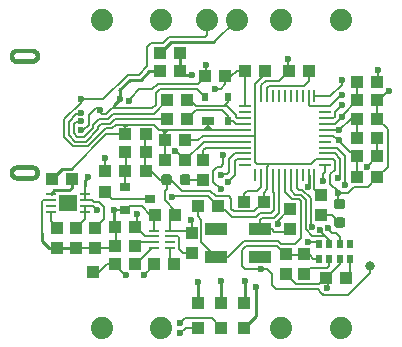
<source format=gbr>
%TF.GenerationSoftware,KiCad,Pcbnew,(5.1.6)-1*%
%TF.CreationDate,2021-05-28T10:30:19+02:00*%
%TF.ProjectId,Kicad_Smart_Watch,4b696361-645f-4536-9d61-72745f576174,rev?*%
%TF.SameCoordinates,Original*%
%TF.FileFunction,Copper,L1,Top*%
%TF.FilePolarity,Positive*%
%FSLAX46Y46*%
G04 Gerber Fmt 4.6, Leading zero omitted, Abs format (unit mm)*
G04 Created by KiCad (PCBNEW (5.1.6)-1) date 2021-05-28 10:30:19*
%MOMM*%
%LPD*%
G01*
G04 APERTURE LIST*
%TA.AperFunction,EtchedComponent*%
%ADD10C,0.001000*%
%TD*%
%TA.AperFunction,SMDPad,CuDef*%
%ADD11R,1.000000X1.000000*%
%TD*%
%TA.AperFunction,ComponentPad*%
%ADD12C,1.879600*%
%TD*%
%TA.AperFunction,SMDPad,CuDef*%
%ADD13R,1.099820X0.998220*%
%TD*%
%TA.AperFunction,SMDPad,CuDef*%
%ADD14R,0.860000X0.270000*%
%TD*%
%TA.AperFunction,SMDPad,CuDef*%
%ADD15R,0.260000X1.010000*%
%TD*%
%TA.AperFunction,SMDPad,CuDef*%
%ADD16R,1.010000X0.260000*%
%TD*%
%TA.AperFunction,SMDPad,CuDef*%
%ADD17R,1.899920X1.099820*%
%TD*%
%TA.AperFunction,SMDPad,CuDef*%
%ADD18R,0.500000X0.800000*%
%TD*%
%TA.AperFunction,SMDPad,CuDef*%
%ADD19R,0.600000X0.700000*%
%TD*%
%TA.AperFunction,SMDPad,CuDef*%
%ADD20R,1.000000X0.700000*%
%TD*%
%TA.AperFunction,SMDPad,CuDef*%
%ADD21R,0.899160X0.797560*%
%TD*%
%TA.AperFunction,SMDPad,CuDef*%
%ADD22R,0.998220X1.099820*%
%TD*%
%TA.AperFunction,SMDPad,CuDef*%
%ADD23R,1.625000X1.425000*%
%TD*%
%TA.AperFunction,SMDPad,CuDef*%
%ADD24R,0.840000X0.270000*%
%TD*%
%TA.AperFunction,ViaPad*%
%ADD25C,0.600000*%
%TD*%
%TA.AperFunction,ViaPad*%
%ADD26C,0.800000*%
%TD*%
%TA.AperFunction,Conductor*%
%ADD27C,0.200000*%
%TD*%
%TA.AperFunction,Conductor*%
%ADD28C,0.250000*%
%TD*%
G04 APERTURE END LIST*
D10*
%TO.C,U3*%
G36*
X85217000Y-74163500D02*
G01*
X85217000Y-74463500D01*
X84567000Y-74463500D01*
X84535598Y-74462678D01*
X84504283Y-74460213D01*
X84473139Y-74456113D01*
X84442253Y-74450389D01*
X84411709Y-74443055D01*
X84381590Y-74434134D01*
X84351979Y-74423648D01*
X84322958Y-74411627D01*
X84294606Y-74398104D01*
X84267000Y-74383115D01*
X84240217Y-74366702D01*
X84214329Y-74348910D01*
X84189408Y-74329788D01*
X84165522Y-74309387D01*
X84142736Y-74287764D01*
X84121113Y-74264978D01*
X84100712Y-74241092D01*
X84081590Y-74216171D01*
X84063798Y-74190283D01*
X84047385Y-74163500D01*
X84032396Y-74135894D01*
X84018873Y-74107542D01*
X84006852Y-74078521D01*
X83996366Y-74048910D01*
X83987445Y-74018791D01*
X83980111Y-73988247D01*
X83974387Y-73957361D01*
X83970287Y-73926217D01*
X83967822Y-73894902D01*
X83967000Y-73863500D01*
X83967822Y-73832098D01*
X83970287Y-73800783D01*
X83974387Y-73769639D01*
X83980111Y-73738753D01*
X83987445Y-73708209D01*
X83996366Y-73678090D01*
X84006852Y-73648479D01*
X84018873Y-73619458D01*
X84032396Y-73591106D01*
X84047385Y-73563500D01*
X84063798Y-73536717D01*
X84081590Y-73510829D01*
X84100712Y-73485908D01*
X84121113Y-73462022D01*
X84142736Y-73439236D01*
X84165522Y-73417613D01*
X84189408Y-73397212D01*
X84214329Y-73378090D01*
X84240217Y-73360298D01*
X84267000Y-73343885D01*
X84294606Y-73328896D01*
X84322958Y-73315373D01*
X84351979Y-73303352D01*
X84381590Y-73292866D01*
X84411709Y-73283945D01*
X84442253Y-73276611D01*
X84473139Y-73270887D01*
X84504283Y-73266787D01*
X84535598Y-73264322D01*
X84567000Y-73263500D01*
X85217000Y-73263500D01*
X85217000Y-73563500D01*
X84567000Y-73563500D01*
X84551299Y-73563911D01*
X84535641Y-73565143D01*
X84520070Y-73567193D01*
X84504626Y-73570056D01*
X84489354Y-73573722D01*
X84474295Y-73578183D01*
X84459490Y-73583426D01*
X84444979Y-73589436D01*
X84430803Y-73596198D01*
X84417000Y-73603692D01*
X84403608Y-73611899D01*
X84390664Y-73620795D01*
X84378204Y-73630356D01*
X84366261Y-73640557D01*
X84354868Y-73651368D01*
X84344057Y-73662761D01*
X84333856Y-73674704D01*
X84324295Y-73687164D01*
X84315399Y-73700108D01*
X84307192Y-73713500D01*
X84299698Y-73727303D01*
X84292936Y-73741479D01*
X84286926Y-73755990D01*
X84281683Y-73770795D01*
X84277222Y-73785854D01*
X84273556Y-73801126D01*
X84270693Y-73816570D01*
X84268643Y-73832141D01*
X84267411Y-73847799D01*
X84267000Y-73863500D01*
X84267411Y-73879201D01*
X84268643Y-73894859D01*
X84270693Y-73910430D01*
X84273556Y-73925874D01*
X84277222Y-73941146D01*
X84281683Y-73956205D01*
X84286926Y-73971010D01*
X84292936Y-73985521D01*
X84299698Y-73999697D01*
X84307192Y-74013500D01*
X84315399Y-74026892D01*
X84324295Y-74039836D01*
X84333856Y-74052296D01*
X84344057Y-74064239D01*
X84354868Y-74075632D01*
X84366261Y-74086443D01*
X84378204Y-74096644D01*
X84390664Y-74106205D01*
X84403608Y-74115101D01*
X84417000Y-74123308D01*
X84430803Y-74130802D01*
X84444979Y-74137564D01*
X84459490Y-74143574D01*
X84474295Y-74148817D01*
X84489354Y-74153278D01*
X84504626Y-74156944D01*
X84520070Y-74159807D01*
X84535641Y-74161857D01*
X84551299Y-74163089D01*
X84567000Y-74163500D01*
X85217000Y-74163500D01*
G37*
X85217000Y-74163500D02*
X85217000Y-74463500D01*
X84567000Y-74463500D01*
X84535598Y-74462678D01*
X84504283Y-74460213D01*
X84473139Y-74456113D01*
X84442253Y-74450389D01*
X84411709Y-74443055D01*
X84381590Y-74434134D01*
X84351979Y-74423648D01*
X84322958Y-74411627D01*
X84294606Y-74398104D01*
X84267000Y-74383115D01*
X84240217Y-74366702D01*
X84214329Y-74348910D01*
X84189408Y-74329788D01*
X84165522Y-74309387D01*
X84142736Y-74287764D01*
X84121113Y-74264978D01*
X84100712Y-74241092D01*
X84081590Y-74216171D01*
X84063798Y-74190283D01*
X84047385Y-74163500D01*
X84032396Y-74135894D01*
X84018873Y-74107542D01*
X84006852Y-74078521D01*
X83996366Y-74048910D01*
X83987445Y-74018791D01*
X83980111Y-73988247D01*
X83974387Y-73957361D01*
X83970287Y-73926217D01*
X83967822Y-73894902D01*
X83967000Y-73863500D01*
X83967822Y-73832098D01*
X83970287Y-73800783D01*
X83974387Y-73769639D01*
X83980111Y-73738753D01*
X83987445Y-73708209D01*
X83996366Y-73678090D01*
X84006852Y-73648479D01*
X84018873Y-73619458D01*
X84032396Y-73591106D01*
X84047385Y-73563500D01*
X84063798Y-73536717D01*
X84081590Y-73510829D01*
X84100712Y-73485908D01*
X84121113Y-73462022D01*
X84142736Y-73439236D01*
X84165522Y-73417613D01*
X84189408Y-73397212D01*
X84214329Y-73378090D01*
X84240217Y-73360298D01*
X84267000Y-73343885D01*
X84294606Y-73328896D01*
X84322958Y-73315373D01*
X84351979Y-73303352D01*
X84381590Y-73292866D01*
X84411709Y-73283945D01*
X84442253Y-73276611D01*
X84473139Y-73270887D01*
X84504283Y-73266787D01*
X84535598Y-73264322D01*
X84567000Y-73263500D01*
X85217000Y-73263500D01*
X85217000Y-73563500D01*
X84567000Y-73563500D01*
X84551299Y-73563911D01*
X84535641Y-73565143D01*
X84520070Y-73567193D01*
X84504626Y-73570056D01*
X84489354Y-73573722D01*
X84474295Y-73578183D01*
X84459490Y-73583426D01*
X84444979Y-73589436D01*
X84430803Y-73596198D01*
X84417000Y-73603692D01*
X84403608Y-73611899D01*
X84390664Y-73620795D01*
X84378204Y-73630356D01*
X84366261Y-73640557D01*
X84354868Y-73651368D01*
X84344057Y-73662761D01*
X84333856Y-73674704D01*
X84324295Y-73687164D01*
X84315399Y-73700108D01*
X84307192Y-73713500D01*
X84299698Y-73727303D01*
X84292936Y-73741479D01*
X84286926Y-73755990D01*
X84281683Y-73770795D01*
X84277222Y-73785854D01*
X84273556Y-73801126D01*
X84270693Y-73816570D01*
X84268643Y-73832141D01*
X84267411Y-73847799D01*
X84267000Y-73863500D01*
X84267411Y-73879201D01*
X84268643Y-73894859D01*
X84270693Y-73910430D01*
X84273556Y-73925874D01*
X84277222Y-73941146D01*
X84281683Y-73956205D01*
X84286926Y-73971010D01*
X84292936Y-73985521D01*
X84299698Y-73999697D01*
X84307192Y-74013500D01*
X84315399Y-74026892D01*
X84324295Y-74039836D01*
X84333856Y-74052296D01*
X84344057Y-74064239D01*
X84354868Y-74075632D01*
X84366261Y-74086443D01*
X84378204Y-74096644D01*
X84390664Y-74106205D01*
X84403608Y-74115101D01*
X84417000Y-74123308D01*
X84430803Y-74130802D01*
X84444979Y-74137564D01*
X84459490Y-74143574D01*
X84474295Y-74148817D01*
X84489354Y-74153278D01*
X84504626Y-74156944D01*
X84520070Y-74159807D01*
X84535641Y-74161857D01*
X84551299Y-74163089D01*
X84567000Y-74163500D01*
X85217000Y-74163500D01*
G36*
X85217000Y-73563500D02*
G01*
X85217000Y-73263500D01*
X85867000Y-73263500D01*
X85898402Y-73264322D01*
X85929717Y-73266787D01*
X85960861Y-73270887D01*
X85991747Y-73276611D01*
X86022291Y-73283945D01*
X86052410Y-73292866D01*
X86082021Y-73303352D01*
X86111042Y-73315373D01*
X86139394Y-73328896D01*
X86167000Y-73343885D01*
X86193783Y-73360298D01*
X86219671Y-73378090D01*
X86244592Y-73397212D01*
X86268478Y-73417613D01*
X86291264Y-73439236D01*
X86312887Y-73462022D01*
X86333288Y-73485908D01*
X86352410Y-73510829D01*
X86370202Y-73536717D01*
X86386615Y-73563500D01*
X86401604Y-73591106D01*
X86415127Y-73619458D01*
X86427148Y-73648479D01*
X86437634Y-73678090D01*
X86446555Y-73708209D01*
X86453889Y-73738753D01*
X86459613Y-73769639D01*
X86463713Y-73800783D01*
X86466178Y-73832098D01*
X86467000Y-73863500D01*
X86466178Y-73894902D01*
X86463713Y-73926217D01*
X86459613Y-73957361D01*
X86453889Y-73988247D01*
X86446555Y-74018791D01*
X86437634Y-74048910D01*
X86427148Y-74078521D01*
X86415127Y-74107542D01*
X86401604Y-74135894D01*
X86386615Y-74163500D01*
X86370202Y-74190283D01*
X86352410Y-74216171D01*
X86333288Y-74241092D01*
X86312887Y-74264978D01*
X86291264Y-74287764D01*
X86268478Y-74309387D01*
X86244592Y-74329788D01*
X86219671Y-74348910D01*
X86193783Y-74366702D01*
X86167000Y-74383115D01*
X86139394Y-74398104D01*
X86111042Y-74411627D01*
X86082021Y-74423648D01*
X86052410Y-74434134D01*
X86022291Y-74443055D01*
X85991747Y-74450389D01*
X85960861Y-74456113D01*
X85929717Y-74460213D01*
X85898402Y-74462678D01*
X85867000Y-74463500D01*
X85217000Y-74463500D01*
X85217000Y-74163500D01*
X85867000Y-74163500D01*
X85882701Y-74163089D01*
X85898359Y-74161857D01*
X85913930Y-74159807D01*
X85929374Y-74156944D01*
X85944646Y-74153278D01*
X85959705Y-74148817D01*
X85974510Y-74143574D01*
X85989021Y-74137564D01*
X86003197Y-74130802D01*
X86017000Y-74123308D01*
X86030392Y-74115101D01*
X86043336Y-74106205D01*
X86055796Y-74096644D01*
X86067739Y-74086443D01*
X86079132Y-74075632D01*
X86089943Y-74064239D01*
X86100144Y-74052296D01*
X86109705Y-74039836D01*
X86118601Y-74026892D01*
X86126808Y-74013500D01*
X86134302Y-73999697D01*
X86141064Y-73985521D01*
X86147074Y-73971010D01*
X86152317Y-73956205D01*
X86156778Y-73941146D01*
X86160444Y-73925874D01*
X86163307Y-73910430D01*
X86165357Y-73894859D01*
X86166589Y-73879201D01*
X86167000Y-73863500D01*
X86166589Y-73847799D01*
X86165357Y-73832141D01*
X86163307Y-73816570D01*
X86160444Y-73801126D01*
X86156778Y-73785854D01*
X86152317Y-73770795D01*
X86147074Y-73755990D01*
X86141064Y-73741479D01*
X86134302Y-73727303D01*
X86126808Y-73713500D01*
X86118601Y-73700108D01*
X86109705Y-73687164D01*
X86100144Y-73674704D01*
X86089943Y-73662761D01*
X86079132Y-73651368D01*
X86067739Y-73640557D01*
X86055796Y-73630356D01*
X86043336Y-73620795D01*
X86030392Y-73611899D01*
X86017000Y-73603692D01*
X86003197Y-73596198D01*
X85989021Y-73589436D01*
X85974510Y-73583426D01*
X85959705Y-73578183D01*
X85944646Y-73573722D01*
X85929374Y-73570056D01*
X85913930Y-73567193D01*
X85898359Y-73565143D01*
X85882701Y-73563911D01*
X85867000Y-73563500D01*
X85217000Y-73563500D01*
G37*
X85217000Y-73563500D02*
X85217000Y-73263500D01*
X85867000Y-73263500D01*
X85898402Y-73264322D01*
X85929717Y-73266787D01*
X85960861Y-73270887D01*
X85991747Y-73276611D01*
X86022291Y-73283945D01*
X86052410Y-73292866D01*
X86082021Y-73303352D01*
X86111042Y-73315373D01*
X86139394Y-73328896D01*
X86167000Y-73343885D01*
X86193783Y-73360298D01*
X86219671Y-73378090D01*
X86244592Y-73397212D01*
X86268478Y-73417613D01*
X86291264Y-73439236D01*
X86312887Y-73462022D01*
X86333288Y-73485908D01*
X86352410Y-73510829D01*
X86370202Y-73536717D01*
X86386615Y-73563500D01*
X86401604Y-73591106D01*
X86415127Y-73619458D01*
X86427148Y-73648479D01*
X86437634Y-73678090D01*
X86446555Y-73708209D01*
X86453889Y-73738753D01*
X86459613Y-73769639D01*
X86463713Y-73800783D01*
X86466178Y-73832098D01*
X86467000Y-73863500D01*
X86466178Y-73894902D01*
X86463713Y-73926217D01*
X86459613Y-73957361D01*
X86453889Y-73988247D01*
X86446555Y-74018791D01*
X86437634Y-74048910D01*
X86427148Y-74078521D01*
X86415127Y-74107542D01*
X86401604Y-74135894D01*
X86386615Y-74163500D01*
X86370202Y-74190283D01*
X86352410Y-74216171D01*
X86333288Y-74241092D01*
X86312887Y-74264978D01*
X86291264Y-74287764D01*
X86268478Y-74309387D01*
X86244592Y-74329788D01*
X86219671Y-74348910D01*
X86193783Y-74366702D01*
X86167000Y-74383115D01*
X86139394Y-74398104D01*
X86111042Y-74411627D01*
X86082021Y-74423648D01*
X86052410Y-74434134D01*
X86022291Y-74443055D01*
X85991747Y-74450389D01*
X85960861Y-74456113D01*
X85929717Y-74460213D01*
X85898402Y-74462678D01*
X85867000Y-74463500D01*
X85217000Y-74463500D01*
X85217000Y-74163500D01*
X85867000Y-74163500D01*
X85882701Y-74163089D01*
X85898359Y-74161857D01*
X85913930Y-74159807D01*
X85929374Y-74156944D01*
X85944646Y-74153278D01*
X85959705Y-74148817D01*
X85974510Y-74143574D01*
X85989021Y-74137564D01*
X86003197Y-74130802D01*
X86017000Y-74123308D01*
X86030392Y-74115101D01*
X86043336Y-74106205D01*
X86055796Y-74096644D01*
X86067739Y-74086443D01*
X86079132Y-74075632D01*
X86089943Y-74064239D01*
X86100144Y-74052296D01*
X86109705Y-74039836D01*
X86118601Y-74026892D01*
X86126808Y-74013500D01*
X86134302Y-73999697D01*
X86141064Y-73985521D01*
X86147074Y-73971010D01*
X86152317Y-73956205D01*
X86156778Y-73941146D01*
X86160444Y-73925874D01*
X86163307Y-73910430D01*
X86165357Y-73894859D01*
X86166589Y-73879201D01*
X86167000Y-73863500D01*
X86166589Y-73847799D01*
X86165357Y-73832141D01*
X86163307Y-73816570D01*
X86160444Y-73801126D01*
X86156778Y-73785854D01*
X86152317Y-73770795D01*
X86147074Y-73755990D01*
X86141064Y-73741479D01*
X86134302Y-73727303D01*
X86126808Y-73713500D01*
X86118601Y-73700108D01*
X86109705Y-73687164D01*
X86100144Y-73674704D01*
X86089943Y-73662761D01*
X86079132Y-73651368D01*
X86067739Y-73640557D01*
X86055796Y-73630356D01*
X86043336Y-73620795D01*
X86030392Y-73611899D01*
X86017000Y-73603692D01*
X86003197Y-73596198D01*
X85989021Y-73589436D01*
X85974510Y-73583426D01*
X85959705Y-73578183D01*
X85944646Y-73573722D01*
X85929374Y-73570056D01*
X85913930Y-73567193D01*
X85898359Y-73565143D01*
X85882701Y-73563911D01*
X85867000Y-73563500D01*
X85217000Y-73563500D01*
G36*
X85217000Y-84043500D02*
G01*
X85217000Y-84343500D01*
X84567000Y-84343500D01*
X84535598Y-84342678D01*
X84504283Y-84340213D01*
X84473139Y-84336113D01*
X84442253Y-84330389D01*
X84411709Y-84323055D01*
X84381590Y-84314134D01*
X84351979Y-84303648D01*
X84322958Y-84291627D01*
X84294606Y-84278104D01*
X84267000Y-84263115D01*
X84240217Y-84246702D01*
X84214329Y-84228910D01*
X84189408Y-84209788D01*
X84165522Y-84189387D01*
X84142736Y-84167764D01*
X84121113Y-84144978D01*
X84100712Y-84121092D01*
X84081590Y-84096171D01*
X84063798Y-84070283D01*
X84047385Y-84043500D01*
X84032396Y-84015894D01*
X84018873Y-83987542D01*
X84006852Y-83958521D01*
X83996366Y-83928910D01*
X83987445Y-83898791D01*
X83980111Y-83868247D01*
X83974387Y-83837361D01*
X83970287Y-83806217D01*
X83967822Y-83774902D01*
X83967000Y-83743500D01*
X83967822Y-83712098D01*
X83970287Y-83680783D01*
X83974387Y-83649639D01*
X83980111Y-83618753D01*
X83987445Y-83588209D01*
X83996366Y-83558090D01*
X84006852Y-83528479D01*
X84018873Y-83499458D01*
X84032396Y-83471106D01*
X84047385Y-83443500D01*
X84063798Y-83416717D01*
X84081590Y-83390829D01*
X84100712Y-83365908D01*
X84121113Y-83342022D01*
X84142736Y-83319236D01*
X84165522Y-83297613D01*
X84189408Y-83277212D01*
X84214329Y-83258090D01*
X84240217Y-83240298D01*
X84267000Y-83223885D01*
X84294606Y-83208896D01*
X84322958Y-83195373D01*
X84351979Y-83183352D01*
X84381590Y-83172866D01*
X84411709Y-83163945D01*
X84442253Y-83156611D01*
X84473139Y-83150887D01*
X84504283Y-83146787D01*
X84535598Y-83144322D01*
X84567000Y-83143500D01*
X85217000Y-83143500D01*
X85217000Y-83443500D01*
X84567000Y-83443500D01*
X84551299Y-83443911D01*
X84535641Y-83445143D01*
X84520070Y-83447193D01*
X84504626Y-83450056D01*
X84489354Y-83453722D01*
X84474295Y-83458183D01*
X84459490Y-83463426D01*
X84444979Y-83469436D01*
X84430803Y-83476198D01*
X84417000Y-83483692D01*
X84403608Y-83491899D01*
X84390664Y-83500795D01*
X84378204Y-83510356D01*
X84366261Y-83520557D01*
X84354868Y-83531368D01*
X84344057Y-83542761D01*
X84333856Y-83554704D01*
X84324295Y-83567164D01*
X84315399Y-83580108D01*
X84307192Y-83593500D01*
X84299698Y-83607303D01*
X84292936Y-83621479D01*
X84286926Y-83635990D01*
X84281683Y-83650795D01*
X84277222Y-83665854D01*
X84273556Y-83681126D01*
X84270693Y-83696570D01*
X84268643Y-83712141D01*
X84267411Y-83727799D01*
X84267000Y-83743500D01*
X84267411Y-83759201D01*
X84268643Y-83774859D01*
X84270693Y-83790430D01*
X84273556Y-83805874D01*
X84277222Y-83821146D01*
X84281683Y-83836205D01*
X84286926Y-83851010D01*
X84292936Y-83865521D01*
X84299698Y-83879697D01*
X84307192Y-83893500D01*
X84315399Y-83906892D01*
X84324295Y-83919836D01*
X84333856Y-83932296D01*
X84344057Y-83944239D01*
X84354868Y-83955632D01*
X84366261Y-83966443D01*
X84378204Y-83976644D01*
X84390664Y-83986205D01*
X84403608Y-83995101D01*
X84417000Y-84003308D01*
X84430803Y-84010802D01*
X84444979Y-84017564D01*
X84459490Y-84023574D01*
X84474295Y-84028817D01*
X84489354Y-84033278D01*
X84504626Y-84036944D01*
X84520070Y-84039807D01*
X84535641Y-84041857D01*
X84551299Y-84043089D01*
X84567000Y-84043500D01*
X85217000Y-84043500D01*
G37*
X85217000Y-84043500D02*
X85217000Y-84343500D01*
X84567000Y-84343500D01*
X84535598Y-84342678D01*
X84504283Y-84340213D01*
X84473139Y-84336113D01*
X84442253Y-84330389D01*
X84411709Y-84323055D01*
X84381590Y-84314134D01*
X84351979Y-84303648D01*
X84322958Y-84291627D01*
X84294606Y-84278104D01*
X84267000Y-84263115D01*
X84240217Y-84246702D01*
X84214329Y-84228910D01*
X84189408Y-84209788D01*
X84165522Y-84189387D01*
X84142736Y-84167764D01*
X84121113Y-84144978D01*
X84100712Y-84121092D01*
X84081590Y-84096171D01*
X84063798Y-84070283D01*
X84047385Y-84043500D01*
X84032396Y-84015894D01*
X84018873Y-83987542D01*
X84006852Y-83958521D01*
X83996366Y-83928910D01*
X83987445Y-83898791D01*
X83980111Y-83868247D01*
X83974387Y-83837361D01*
X83970287Y-83806217D01*
X83967822Y-83774902D01*
X83967000Y-83743500D01*
X83967822Y-83712098D01*
X83970287Y-83680783D01*
X83974387Y-83649639D01*
X83980111Y-83618753D01*
X83987445Y-83588209D01*
X83996366Y-83558090D01*
X84006852Y-83528479D01*
X84018873Y-83499458D01*
X84032396Y-83471106D01*
X84047385Y-83443500D01*
X84063798Y-83416717D01*
X84081590Y-83390829D01*
X84100712Y-83365908D01*
X84121113Y-83342022D01*
X84142736Y-83319236D01*
X84165522Y-83297613D01*
X84189408Y-83277212D01*
X84214329Y-83258090D01*
X84240217Y-83240298D01*
X84267000Y-83223885D01*
X84294606Y-83208896D01*
X84322958Y-83195373D01*
X84351979Y-83183352D01*
X84381590Y-83172866D01*
X84411709Y-83163945D01*
X84442253Y-83156611D01*
X84473139Y-83150887D01*
X84504283Y-83146787D01*
X84535598Y-83144322D01*
X84567000Y-83143500D01*
X85217000Y-83143500D01*
X85217000Y-83443500D01*
X84567000Y-83443500D01*
X84551299Y-83443911D01*
X84535641Y-83445143D01*
X84520070Y-83447193D01*
X84504626Y-83450056D01*
X84489354Y-83453722D01*
X84474295Y-83458183D01*
X84459490Y-83463426D01*
X84444979Y-83469436D01*
X84430803Y-83476198D01*
X84417000Y-83483692D01*
X84403608Y-83491899D01*
X84390664Y-83500795D01*
X84378204Y-83510356D01*
X84366261Y-83520557D01*
X84354868Y-83531368D01*
X84344057Y-83542761D01*
X84333856Y-83554704D01*
X84324295Y-83567164D01*
X84315399Y-83580108D01*
X84307192Y-83593500D01*
X84299698Y-83607303D01*
X84292936Y-83621479D01*
X84286926Y-83635990D01*
X84281683Y-83650795D01*
X84277222Y-83665854D01*
X84273556Y-83681126D01*
X84270693Y-83696570D01*
X84268643Y-83712141D01*
X84267411Y-83727799D01*
X84267000Y-83743500D01*
X84267411Y-83759201D01*
X84268643Y-83774859D01*
X84270693Y-83790430D01*
X84273556Y-83805874D01*
X84277222Y-83821146D01*
X84281683Y-83836205D01*
X84286926Y-83851010D01*
X84292936Y-83865521D01*
X84299698Y-83879697D01*
X84307192Y-83893500D01*
X84315399Y-83906892D01*
X84324295Y-83919836D01*
X84333856Y-83932296D01*
X84344057Y-83944239D01*
X84354868Y-83955632D01*
X84366261Y-83966443D01*
X84378204Y-83976644D01*
X84390664Y-83986205D01*
X84403608Y-83995101D01*
X84417000Y-84003308D01*
X84430803Y-84010802D01*
X84444979Y-84017564D01*
X84459490Y-84023574D01*
X84474295Y-84028817D01*
X84489354Y-84033278D01*
X84504626Y-84036944D01*
X84520070Y-84039807D01*
X84535641Y-84041857D01*
X84551299Y-84043089D01*
X84567000Y-84043500D01*
X85217000Y-84043500D01*
G36*
X85217000Y-83443500D02*
G01*
X85217000Y-83143500D01*
X85867000Y-83143500D01*
X85898402Y-83144322D01*
X85929717Y-83146787D01*
X85960861Y-83150887D01*
X85991747Y-83156611D01*
X86022291Y-83163945D01*
X86052410Y-83172866D01*
X86082021Y-83183352D01*
X86111042Y-83195373D01*
X86139394Y-83208896D01*
X86167000Y-83223885D01*
X86193783Y-83240298D01*
X86219671Y-83258090D01*
X86244592Y-83277212D01*
X86268478Y-83297613D01*
X86291264Y-83319236D01*
X86312887Y-83342022D01*
X86333288Y-83365908D01*
X86352410Y-83390829D01*
X86370202Y-83416717D01*
X86386615Y-83443500D01*
X86401604Y-83471106D01*
X86415127Y-83499458D01*
X86427148Y-83528479D01*
X86437634Y-83558090D01*
X86446555Y-83588209D01*
X86453889Y-83618753D01*
X86459613Y-83649639D01*
X86463713Y-83680783D01*
X86466178Y-83712098D01*
X86467000Y-83743500D01*
X86466178Y-83774902D01*
X86463713Y-83806217D01*
X86459613Y-83837361D01*
X86453889Y-83868247D01*
X86446555Y-83898791D01*
X86437634Y-83928910D01*
X86427148Y-83958521D01*
X86415127Y-83987542D01*
X86401604Y-84015894D01*
X86386615Y-84043500D01*
X86370202Y-84070283D01*
X86352410Y-84096171D01*
X86333288Y-84121092D01*
X86312887Y-84144978D01*
X86291264Y-84167764D01*
X86268478Y-84189387D01*
X86244592Y-84209788D01*
X86219671Y-84228910D01*
X86193783Y-84246702D01*
X86167000Y-84263115D01*
X86139394Y-84278104D01*
X86111042Y-84291627D01*
X86082021Y-84303648D01*
X86052410Y-84314134D01*
X86022291Y-84323055D01*
X85991747Y-84330389D01*
X85960861Y-84336113D01*
X85929717Y-84340213D01*
X85898402Y-84342678D01*
X85867000Y-84343500D01*
X85217000Y-84343500D01*
X85217000Y-84043500D01*
X85867000Y-84043500D01*
X85882701Y-84043089D01*
X85898359Y-84041857D01*
X85913930Y-84039807D01*
X85929374Y-84036944D01*
X85944646Y-84033278D01*
X85959705Y-84028817D01*
X85974510Y-84023574D01*
X85989021Y-84017564D01*
X86003197Y-84010802D01*
X86017000Y-84003308D01*
X86030392Y-83995101D01*
X86043336Y-83986205D01*
X86055796Y-83976644D01*
X86067739Y-83966443D01*
X86079132Y-83955632D01*
X86089943Y-83944239D01*
X86100144Y-83932296D01*
X86109705Y-83919836D01*
X86118601Y-83906892D01*
X86126808Y-83893500D01*
X86134302Y-83879697D01*
X86141064Y-83865521D01*
X86147074Y-83851010D01*
X86152317Y-83836205D01*
X86156778Y-83821146D01*
X86160444Y-83805874D01*
X86163307Y-83790430D01*
X86165357Y-83774859D01*
X86166589Y-83759201D01*
X86167000Y-83743500D01*
X86166589Y-83727799D01*
X86165357Y-83712141D01*
X86163307Y-83696570D01*
X86160444Y-83681126D01*
X86156778Y-83665854D01*
X86152317Y-83650795D01*
X86147074Y-83635990D01*
X86141064Y-83621479D01*
X86134302Y-83607303D01*
X86126808Y-83593500D01*
X86118601Y-83580108D01*
X86109705Y-83567164D01*
X86100144Y-83554704D01*
X86089943Y-83542761D01*
X86079132Y-83531368D01*
X86067739Y-83520557D01*
X86055796Y-83510356D01*
X86043336Y-83500795D01*
X86030392Y-83491899D01*
X86017000Y-83483692D01*
X86003197Y-83476198D01*
X85989021Y-83469436D01*
X85974510Y-83463426D01*
X85959705Y-83458183D01*
X85944646Y-83453722D01*
X85929374Y-83450056D01*
X85913930Y-83447193D01*
X85898359Y-83445143D01*
X85882701Y-83443911D01*
X85867000Y-83443500D01*
X85217000Y-83443500D01*
G37*
X85217000Y-83443500D02*
X85217000Y-83143500D01*
X85867000Y-83143500D01*
X85898402Y-83144322D01*
X85929717Y-83146787D01*
X85960861Y-83150887D01*
X85991747Y-83156611D01*
X86022291Y-83163945D01*
X86052410Y-83172866D01*
X86082021Y-83183352D01*
X86111042Y-83195373D01*
X86139394Y-83208896D01*
X86167000Y-83223885D01*
X86193783Y-83240298D01*
X86219671Y-83258090D01*
X86244592Y-83277212D01*
X86268478Y-83297613D01*
X86291264Y-83319236D01*
X86312887Y-83342022D01*
X86333288Y-83365908D01*
X86352410Y-83390829D01*
X86370202Y-83416717D01*
X86386615Y-83443500D01*
X86401604Y-83471106D01*
X86415127Y-83499458D01*
X86427148Y-83528479D01*
X86437634Y-83558090D01*
X86446555Y-83588209D01*
X86453889Y-83618753D01*
X86459613Y-83649639D01*
X86463713Y-83680783D01*
X86466178Y-83712098D01*
X86467000Y-83743500D01*
X86466178Y-83774902D01*
X86463713Y-83806217D01*
X86459613Y-83837361D01*
X86453889Y-83868247D01*
X86446555Y-83898791D01*
X86437634Y-83928910D01*
X86427148Y-83958521D01*
X86415127Y-83987542D01*
X86401604Y-84015894D01*
X86386615Y-84043500D01*
X86370202Y-84070283D01*
X86352410Y-84096171D01*
X86333288Y-84121092D01*
X86312887Y-84144978D01*
X86291264Y-84167764D01*
X86268478Y-84189387D01*
X86244592Y-84209788D01*
X86219671Y-84228910D01*
X86193783Y-84246702D01*
X86167000Y-84263115D01*
X86139394Y-84278104D01*
X86111042Y-84291627D01*
X86082021Y-84303648D01*
X86052410Y-84314134D01*
X86022291Y-84323055D01*
X85991747Y-84330389D01*
X85960861Y-84336113D01*
X85929717Y-84340213D01*
X85898402Y-84342678D01*
X85867000Y-84343500D01*
X85217000Y-84343500D01*
X85217000Y-84043500D01*
X85867000Y-84043500D01*
X85882701Y-84043089D01*
X85898359Y-84041857D01*
X85913930Y-84039807D01*
X85929374Y-84036944D01*
X85944646Y-84033278D01*
X85959705Y-84028817D01*
X85974510Y-84023574D01*
X85989021Y-84017564D01*
X86003197Y-84010802D01*
X86017000Y-84003308D01*
X86030392Y-83995101D01*
X86043336Y-83986205D01*
X86055796Y-83976644D01*
X86067739Y-83966443D01*
X86079132Y-83955632D01*
X86089943Y-83944239D01*
X86100144Y-83932296D01*
X86109705Y-83919836D01*
X86118601Y-83906892D01*
X86126808Y-83893500D01*
X86134302Y-83879697D01*
X86141064Y-83865521D01*
X86147074Y-83851010D01*
X86152317Y-83836205D01*
X86156778Y-83821146D01*
X86160444Y-83805874D01*
X86163307Y-83790430D01*
X86165357Y-83774859D01*
X86166589Y-83759201D01*
X86167000Y-83743500D01*
X86166589Y-83727799D01*
X86165357Y-83712141D01*
X86163307Y-83696570D01*
X86160444Y-83681126D01*
X86156778Y-83665854D01*
X86152317Y-83650795D01*
X86147074Y-83635990D01*
X86141064Y-83621479D01*
X86134302Y-83607303D01*
X86126808Y-83593500D01*
X86118601Y-83580108D01*
X86109705Y-83567164D01*
X86100144Y-83554704D01*
X86089943Y-83542761D01*
X86079132Y-83531368D01*
X86067739Y-83520557D01*
X86055796Y-83510356D01*
X86043336Y-83500795D01*
X86030392Y-83491899D01*
X86017000Y-83483692D01*
X86003197Y-83476198D01*
X85989021Y-83469436D01*
X85974510Y-83463426D01*
X85959705Y-83458183D01*
X85944646Y-83453722D01*
X85929374Y-83450056D01*
X85913930Y-83447193D01*
X85898359Y-83445143D01*
X85882701Y-83443911D01*
X85867000Y-83443500D01*
X85217000Y-83443500D01*
%TD*%
D11*
%TO.P,VCC,1*%
%TO.N,VCC*%
X90995500Y-92138500D03*
%TD*%
%TO.P,GND,1*%
%TO.N,GND*%
X99885500Y-94768800D03*
%TD*%
%TO.P,TP2,1*%
%TO.N,/MOSI*%
X101866700Y-94768800D03*
%TD*%
%TO.P,TP3,1*%
%TO.N,/SCK*%
X103822500Y-94768800D03*
%TD*%
%TO.P,TP1,1*%
%TO.N,/D12*%
X103822500Y-96901000D03*
%TD*%
D12*
%TO.P,SW1,2*%
%TO.N,GND*%
X106970000Y-96877000D03*
%TO.P,SW1,1*%
%TO.N,/BTN3*%
X112010000Y-96877000D03*
%TD*%
%TO.P,SW3,1*%
%TO.N,/BTN4*%
X96814200Y-96877000D03*
%TO.P,SW3,2*%
%TO.N,GND*%
X91774200Y-96877000D03*
%TD*%
%TO.P,SW4,2*%
%TO.N,GND*%
X112010000Y-70788400D03*
%TO.P,SW4,1*%
%TO.N,/BTN2*%
X106970000Y-70788400D03*
%TD*%
%TO.P,SW2,2*%
%TO.N,GND*%
X91774200Y-70788400D03*
%TO.P,SW2,1*%
%TO.N,/BTN1*%
X96814200Y-70788400D03*
%TD*%
D13*
%TO.P,C7,2*%
%TO.N,GND*%
X93779340Y-80518000D03*
%TO.P,C7,1*%
%TO.N,3.3V*%
X95476060Y-80518000D03*
%TD*%
D14*
%TO.P,U4,1*%
%TO.N,GND*%
X96216000Y-88658000D03*
%TO.P,U4,2*%
%TO.N,VCC*%
X96216000Y-89158000D03*
%TO.P,U4,3*%
%TO.N,Net-(R2-Pad1)*%
X96216000Y-89658000D03*
%TO.P,U4,4*%
%TO.N,Net-(R10-Pad2)*%
X96216000Y-90158000D03*
%TO.P,U4,5*%
%TO.N,Net-(R16-Pad1)*%
X97586000Y-90158000D03*
%TO.P,U4,6*%
%TO.N,Net-(U4-Pad6)*%
X97586000Y-89658000D03*
%TO.P,U4,7*%
%TO.N,Net-(L1-Pad1)*%
X97586000Y-89158000D03*
%TO.P,U4,8*%
%TO.N,3.3V*%
X97586000Y-88658000D03*
%TD*%
D15*
%TO.P,U5,12*%
%TO.N,/D11*%
X104776900Y-83992300D03*
%TO.P,U5,13*%
%TO.N,Net-(R4-Pad2)*%
X105276900Y-83992300D03*
%TO.P,U5,14*%
%TO.N,3.3V*%
X105776900Y-83992300D03*
%TO.P,U5,15*%
%TO.N,GND*%
X106276900Y-83992300D03*
%TO.P,U5,16*%
%TO.N,Net-(C6-Pad1)*%
X106776900Y-83992300D03*
%TO.P,U5,17*%
%TO.N,Net-(C5-Pad1)*%
X107276900Y-83992300D03*
%TO.P,U5,18*%
%TO.N,/D3*%
X107776900Y-83992300D03*
%TO.P,U5,19*%
%TO.N,/D2*%
X108276900Y-83992300D03*
%TO.P,U5,20*%
%TO.N,/RXI*%
X108776900Y-83992300D03*
%TO.P,U5,21*%
%TO.N,/INT*%
X109276900Y-83992300D03*
%TO.P,U5,22*%
%TO.N,Net-(R6-Pad1)*%
X109776900Y-83992300D03*
%TO.P,U5,34*%
%TO.N,3.3V*%
X109776900Y-77272300D03*
%TO.P,U5,35*%
%TO.N,GND*%
X109276900Y-77272300D03*
%TO.P,U5,36*%
%TO.N,Net-(U5-Pad36)*%
X108776900Y-77272300D03*
%TO.P,U5,37*%
%TO.N,Net-(U5-Pad37)*%
X108276900Y-77272300D03*
%TO.P,U5,38*%
%TO.N,Net-(U5-Pad38)*%
X107776900Y-77272300D03*
%TO.P,U5,39*%
%TO.N,Net-(U5-Pad39)*%
X107276900Y-77272300D03*
%TO.P,U5,40*%
%TO.N,Net-(U5-Pad40)*%
X106776900Y-77272300D03*
%TO.P,U5,41*%
%TO.N,Net-(U5-Pad41)*%
X106276900Y-77272300D03*
%TO.P,U5,42*%
%TO.N,/AREF*%
X105776900Y-77272300D03*
%TO.P,U5,43*%
%TO.N,GND*%
X105276900Y-77272300D03*
%TO.P,U5,44*%
%TO.N,3.3V*%
X104776900Y-77272300D03*
D16*
%TO.P,U5,1*%
%TO.N,/BTN1*%
X103916900Y-78132300D03*
%TO.P,U5,2*%
%TO.N,Net-(U5-Pad2)*%
X103916900Y-78632300D03*
%TO.P,U5,3*%
%TO.N,/D-*%
X103916900Y-79132300D03*
%TO.P,U5,4*%
%TO.N,/D+*%
X103916900Y-79632300D03*
%TO.P,U5,5*%
%TO.N,GND*%
X103916900Y-80132300D03*
%TO.P,U5,6*%
%TO.N,3.3V*%
X103916900Y-80632300D03*
%TO.P,U5,7*%
%TO.N,VBUS*%
X103916900Y-81132300D03*
%TO.P,U5,8*%
%TO.N,/D14*%
X103916900Y-81632300D03*
%TO.P,U5,9*%
%TO.N,/SCK*%
X103916900Y-82132300D03*
%TO.P,U5,10*%
%TO.N,/MOSI*%
X103916900Y-82632300D03*
%TO.P,U5,11*%
%TO.N,/MISO*%
X103916900Y-83132300D03*
%TO.P,U5,23*%
%TO.N,GND*%
X110636900Y-83132300D03*
%TO.P,U5,24*%
%TO.N,3.3V*%
X110636900Y-82632300D03*
%TO.P,U5,25*%
%TO.N,/D4*%
X110636900Y-82132300D03*
%TO.P,U5,26*%
%TO.N,/D12*%
X110636900Y-81632300D03*
%TO.P,U5,27*%
%TO.N,/D6*%
X110636900Y-81132300D03*
%TO.P,U5,28*%
%TO.N,/BTN3*%
X110636900Y-80632300D03*
%TO.P,U5,29*%
%TO.N,/BTN4*%
X110636900Y-80132300D03*
%TO.P,U5,30*%
%TO.N,/BTN2*%
X110636900Y-79632300D03*
%TO.P,U5,31*%
%TO.N,/D5*%
X110636900Y-79132300D03*
%TO.P,U5,32*%
%TO.N,/D13*%
X110636900Y-78632300D03*
%TO.P,U5,33*%
%TO.N,GND*%
X110636900Y-78132300D03*
%TD*%
%TO.P,D2,A*%
%TO.N,3.3V*%
%TA.AperFunction,SMDPad,CuDef*%
G36*
G01*
X112168650Y-86848200D02*
X111656150Y-86848200D01*
G75*
G02*
X111437400Y-86629450I0J218750D01*
G01*
X111437400Y-86191950D01*
G75*
G02*
X111656150Y-85973200I218750J0D01*
G01*
X112168650Y-85973200D01*
G75*
G02*
X112387400Y-86191950I0J-218750D01*
G01*
X112387400Y-86629450D01*
G75*
G02*
X112168650Y-86848200I-218750J0D01*
G01*
G37*
%TD.AperFunction*%
%TO.P,D2,C*%
%TO.N,Net-(D2-PadC)*%
%TA.AperFunction,SMDPad,CuDef*%
G36*
G01*
X112168650Y-88423200D02*
X111656150Y-88423200D01*
G75*
G02*
X111437400Y-88204450I0J218750D01*
G01*
X111437400Y-87766950D01*
G75*
G02*
X111656150Y-87548200I218750J0D01*
G01*
X112168650Y-87548200D01*
G75*
G02*
X112387400Y-87766950I0J-218750D01*
G01*
X112387400Y-88204450D01*
G75*
G02*
X112168650Y-88423200I-218750J0D01*
G01*
G37*
%TD.AperFunction*%
%TD*%
D17*
%TO.P,Y1,4*%
%TO.N,N/C*%
X105176320Y-90860880D03*
%TO.P,Y1,3*%
%TO.N,Net-(C5-Pad1)*%
X101478080Y-90860880D03*
%TO.P,Y1,2*%
%TO.N,N/C*%
X101478080Y-88564720D03*
%TO.P,Y1,1*%
%TO.N,Net-(C6-Pad1)*%
X105176320Y-88564720D03*
%TD*%
%TO.P,D3,A*%
%TO.N,3.3V*%
%TA.AperFunction,SMDPad,CuDef*%
G36*
G01*
X97694000Y-84097150D02*
X97694000Y-84609650D01*
G75*
G02*
X97475250Y-84828400I-218750J0D01*
G01*
X97037750Y-84828400D01*
G75*
G02*
X96819000Y-84609650I0J218750D01*
G01*
X96819000Y-84097150D01*
G75*
G02*
X97037750Y-83878400I218750J0D01*
G01*
X97475250Y-83878400D01*
G75*
G02*
X97694000Y-84097150I0J-218750D01*
G01*
G37*
%TD.AperFunction*%
%TO.P,D3,C*%
%TO.N,Net-(D3-PadC)*%
%TA.AperFunction,SMDPad,CuDef*%
G36*
G01*
X99269000Y-84097150D02*
X99269000Y-84609650D01*
G75*
G02*
X99050250Y-84828400I-218750J0D01*
G01*
X98612750Y-84828400D01*
G75*
G02*
X98394000Y-84609650I0J218750D01*
G01*
X98394000Y-84097150D01*
G75*
G02*
X98612750Y-83878400I218750J0D01*
G01*
X99050250Y-83878400D01*
G75*
G02*
X99269000Y-84097150I0J-218750D01*
G01*
G37*
%TD.AperFunction*%
%TD*%
D13*
%TO.P,C9,2*%
%TO.N,GND*%
X100548440Y-75590400D03*
%TO.P,C9,1*%
%TO.N,/BTN1*%
X102245160Y-75590400D03*
%TD*%
D18*
%TO.P,U1,1*%
%TO.N,Net-(U1-Pad1)*%
X112830600Y-89824000D03*
%TO.P,U1,2*%
%TO.N,/INT*%
X111930600Y-89824000D03*
%TO.P,U1,3*%
%TO.N,/D3*%
X111030600Y-89824000D03*
%TO.P,U1,4*%
%TO.N,/D2*%
X110130600Y-89824000D03*
%TO.P,U1,5*%
%TO.N,GND*%
X110130600Y-91024000D03*
%TO.P,U1,6*%
%TO.N,Net-(R18-Pad1)*%
X111030600Y-91024000D03*
%TO.P,U1,7*%
%TO.N,3.3V*%
X111930600Y-91024000D03*
%TO.P,U1,8*%
%TO.N,Net-(R9-Pad2)*%
X112830600Y-91024000D03*
%TD*%
D12*
%TO.P,J1,2*%
%TO.N,/BAT+*%
X103200200Y-70788400D03*
%TO.P,J1,1*%
%TO.N,GND*%
X100660200Y-70788400D03*
%TD*%
D19*
%TO.P,D4,4*%
%TO.N,VBUS*%
X100548400Y-77384400D03*
%TO.P,D4,3*%
%TO.N,/D-*%
X102448400Y-77384400D03*
%TO.P,D4,2*%
%TO.N,/D+*%
X102448400Y-79384400D03*
D20*
%TO.P,D4,1*%
%TO.N,GND*%
X100748400Y-79384400D03*
%TD*%
D21*
%TO.P,Q1,3*%
%TO.N,Net-(Q1-Pad3)*%
X95867220Y-85953600D03*
%TO.P,Q1,2*%
%TO.N,GND*%
X93769180Y-86903560D03*
%TO.P,Q1,1*%
%TO.N,Net-(Q1-Pad1)*%
X93769180Y-85003640D03*
%TD*%
D22*
%TO.P,C2,2*%
%TO.N,GND*%
X107378500Y-90655140D03*
%TO.P,C2,1*%
%TO.N,3.3V*%
X107378500Y-92351860D03*
%TD*%
D13*
%TO.P,C5,2*%
%TO.N,GND*%
X101610160Y-86588600D03*
%TO.P,C5,1*%
%TO.N,Net-(C5-Pad1)*%
X99913440Y-86588600D03*
%TD*%
D22*
%TO.P,C6,2*%
%TO.N,GND*%
X107696000Y-86857840D03*
%TO.P,C6,1*%
%TO.N,Net-(C6-Pad1)*%
X107696000Y-88554560D03*
%TD*%
D13*
%TO.P,C10,2*%
%TO.N,/AREF*%
X109280960Y-75133200D03*
%TO.P,C10,1*%
%TO.N,GND*%
X107584240Y-75133200D03*
%TD*%
%TO.P,C11,2*%
%TO.N,3.3V*%
X98841560Y-81026000D03*
%TO.P,C11,1*%
%TO.N,GND*%
X97144840Y-81026000D03*
%TD*%
%TO.P,C12,2*%
%TO.N,GND*%
X97117580Y-82702400D03*
%TO.P,C12,1*%
%TO.N,VBUS*%
X98814300Y-82702400D03*
%TD*%
%TO.P,C14,2*%
%TO.N,GND*%
X115097560Y-82334100D03*
%TO.P,C14,1*%
%TO.N,/BTN3*%
X113400840Y-82334100D03*
%TD*%
%TO.P,C15,2*%
%TO.N,GND*%
X115097560Y-80810100D03*
%TO.P,C15,1*%
%TO.N,/BTN4*%
X113400840Y-80810100D03*
%TD*%
%TO.P,C16,2*%
%TO.N,GND*%
X115097560Y-76047600D03*
%TO.P,C16,1*%
%TO.N,/BTN2*%
X113400840Y-76047600D03*
%TD*%
%TO.P,C17,2*%
%TO.N,GND*%
X92928440Y-88341200D03*
%TO.P,C17,1*%
%TO.N,VCC*%
X94625160Y-88341200D03*
%TD*%
%TO.P,C18,2*%
%TO.N,GND*%
X96243140Y-87312500D03*
%TO.P,C18,1*%
%TO.N,3.3V*%
X97939860Y-87312500D03*
%TD*%
D22*
%TO.P,L1,2*%
%TO.N,3.3V*%
X99390200Y-88889840D03*
%TO.P,L1,1*%
%TO.N,Net-(L1-Pad1)*%
X99390200Y-90586560D03*
%TD*%
D13*
%TO.P,R1,2*%
%TO.N,3.3V*%
X95476060Y-82016600D03*
%TO.P,R1,1*%
%TO.N,Net-(Q1-Pad1)*%
X93779340Y-82016600D03*
%TD*%
%TO.P,R2,2*%
%TO.N,GND*%
X92928440Y-89941400D03*
%TO.P,R2,1*%
%TO.N,Net-(R2-Pad1)*%
X94625160Y-89941400D03*
%TD*%
%TO.P,R3,2*%
%TO.N,3.3V*%
X95476060Y-83616800D03*
%TO.P,R3,1*%
%TO.N,Net-(Q1-Pad1)*%
X93779340Y-83616800D03*
%TD*%
%TO.P,R4,2*%
%TO.N,Net-(R4-Pad2)*%
X103774240Y-86207600D03*
%TO.P,R4,1*%
%TO.N,3.3V*%
X105470960Y-86207600D03*
%TD*%
%TO.P,R5,1*%
%TO.N,/D-*%
X99019360Y-77597000D03*
%TO.P,R5,2*%
%TO.N,Net-(R5-Pad2)*%
X97322640Y-77597000D03*
%TD*%
D22*
%TO.P,R6,2*%
%TO.N,Net-(D2-PadC)*%
X110312200Y-87360760D03*
%TO.P,R6,1*%
%TO.N,Net-(R6-Pad1)*%
X110312200Y-85664040D03*
%TD*%
D13*
%TO.P,R7,1*%
%TO.N,/D+*%
X99019360Y-79197200D03*
%TO.P,R7,2*%
%TO.N,Net-(R7-Pad2)*%
X97322640Y-79197200D03*
%TD*%
D22*
%TO.P,R8,2*%
%TO.N,Net-(Q1-Pad3)*%
X92075000Y-85354160D03*
%TO.P,R8,1*%
%TO.N,/LEDK*%
X92075000Y-83657440D03*
%TD*%
D13*
%TO.P,R9,2*%
%TO.N,Net-(R9-Pad2)*%
X112440720Y-92646500D03*
%TO.P,R9,1*%
%TO.N,3.3V*%
X110744000Y-92646500D03*
%TD*%
%TO.P,R10,2*%
%TO.N,Net-(R10-Pad2)*%
X94625160Y-91465400D03*
%TO.P,R10,1*%
%TO.N,VCC*%
X92928440Y-91465400D03*
%TD*%
D22*
%TO.P,R11,2*%
%TO.N,Net-(D3-PadC)*%
X100380800Y-84373700D03*
%TO.P,R11,1*%
%TO.N,/D14*%
X100380800Y-82676980D03*
%TD*%
D13*
%TO.P,R12,2*%
%TO.N,/BTN1*%
X103901240Y-75133200D03*
%TO.P,R12,1*%
%TO.N,3.3V*%
X105597960Y-75133200D03*
%TD*%
%TO.P,R13,2*%
%TO.N,/BTN3*%
X113400840Y-84150200D03*
%TO.P,R13,1*%
%TO.N,3.3V*%
X115097560Y-84150200D03*
%TD*%
%TO.P,R14,2*%
%TO.N,/BTN4*%
X113400840Y-79222600D03*
%TO.P,R14,1*%
%TO.N,3.3V*%
X115097560Y-79222600D03*
%TD*%
%TO.P,R15,2*%
%TO.N,/BTN2*%
X113400840Y-77635100D03*
%TO.P,R15,1*%
%TO.N,3.3V*%
X115097560Y-77635100D03*
%TD*%
%TO.P,R16,2*%
%TO.N,GND*%
X96179640Y-91465400D03*
%TO.P,R16,1*%
%TO.N,Net-(R16-Pad1)*%
X97876360Y-91465400D03*
%TD*%
D22*
%TO.P,C3,1*%
%TO.N,VBUS*%
X89598500Y-88432640D03*
%TO.P,C3,2*%
%TO.N,GND*%
X89598500Y-90129360D03*
%TD*%
%TO.P,C4,2*%
%TO.N,GND*%
X91186000Y-90129360D03*
%TO.P,C4,1*%
%TO.N,/BAT+*%
X91186000Y-88432640D03*
%TD*%
D13*
%TO.P,D1,2*%
%TO.N,VBUS*%
X96687640Y-75184000D03*
%TO.P,D1,1*%
%TO.N,VCC*%
X98384360Y-75184000D03*
%TD*%
%TO.P,D5,1*%
%TO.N,VCC*%
X98384360Y-73660000D03*
%TO.P,D5,2*%
%TO.N,/BAT+*%
X96687640Y-73660000D03*
%TD*%
%TO.P,D6,1*%
%TO.N,GND*%
X87543640Y-84264500D03*
%TO.P,D6,2*%
%TO.N,Net-(D6-Pad2)*%
X89240360Y-84264500D03*
%TD*%
D22*
%TO.P,R17,2*%
%TO.N,GND*%
X88011000Y-90129360D03*
%TO.P,R17,1*%
%TO.N,Net-(Q2-Pad8)*%
X88011000Y-88432640D03*
%TD*%
D11*
%TO.P,TP4,1*%
%TO.N,/D3*%
X99885500Y-96901000D03*
%TD*%
%TO.P,TP5,1*%
%TO.N,/D2*%
X101866700Y-96901000D03*
%TD*%
D23*
%TO.P,Q2,9*%
%TO.N,N/C*%
X88900000Y-86296500D03*
D24*
%TO.P,Q2,8*%
%TO.N,Net-(Q2-Pad8)*%
X87465000Y-87046500D03*
%TO.P,Q2,7*%
%TO.N,Net-(Q2-Pad7)*%
X87465000Y-86546500D03*
%TO.P,Q2,6*%
%TO.N,GND*%
X87465000Y-86046500D03*
%TO.P,Q2,5*%
%TO.N,Net-(D6-Pad2)*%
X87465000Y-85546500D03*
%TO.P,Q2,4*%
%TO.N,/BAT+*%
X90335000Y-85546500D03*
%TO.P,Q2,3*%
X90335000Y-86046500D03*
%TO.P,Q2,2*%
%TO.N,VBUS*%
X90335000Y-86546500D03*
%TO.P,Q2,1*%
X90335000Y-87046500D03*
%TD*%
D22*
%TO.P,R18,1*%
%TO.N,Net-(R18-Pad1)*%
X108902500Y-92351860D03*
%TO.P,R18,2*%
%TO.N,GND*%
X108902500Y-90655140D03*
%TD*%
D25*
%TO.N,3.3V*%
X99314000Y-87757000D03*
X110871000Y-93535500D03*
X111760000Y-85471000D03*
X116103400Y-76835000D03*
X112090200Y-75895200D03*
%TO.N,GND*%
X92773500Y-86931500D03*
X94107000Y-77724000D03*
X89979500Y-77533500D03*
X95377000Y-92456000D03*
X105283000Y-91948000D03*
X106680000Y-88138000D03*
X107569000Y-74104500D03*
X100584000Y-74612500D03*
X97713800Y-85801200D03*
X110464600Y-84455000D03*
X112090200Y-77216000D03*
X114249200Y-83235800D03*
X115125500Y-75057000D03*
X99885500Y-92989400D03*
D26*
X114490500Y-91694000D03*
D25*
%TO.N,/BTN1*%
X101396800Y-76631800D03*
%TO.N,VCC*%
X99441000Y-75501500D03*
X93789500Y-92392500D03*
X94742000Y-87223600D03*
%TO.N,/BTN3*%
X111861600Y-81026000D03*
%TO.N,/BTN4*%
X111836200Y-80162400D03*
%TO.N,/BTN2*%
X112090200Y-79070200D03*
%TO.N,/LEDK*%
X92075000Y-82486500D03*
%TO.N,/D4*%
X111734600Y-84201000D03*
%TO.N,/D5*%
X102044500Y-82296000D03*
X101854000Y-85153500D03*
X112090200Y-78028800D03*
%TO.N,/SCK*%
X101854000Y-83947000D03*
X103911400Y-92938600D03*
%TO.N,/MOSI*%
X102425500Y-84582000D03*
X101828600Y-92938600D03*
%TO.N,Net-(R5-Pad2)*%
X89979500Y-79375000D03*
%TO.N,Net-(R7-Pad2)*%
X89979500Y-78676500D03*
%TO.N,/D3*%
X98361500Y-97345500D03*
X110236000Y-88582500D03*
%TO.N,/D2*%
X98425000Y-96469200D03*
X109537500Y-88328500D03*
X109220000Y-89598500D03*
%TO.N,/D12*%
X112344200Y-84836000D03*
X104838500Y-93472000D03*
%TO.N,VBUS*%
X89979500Y-80137000D03*
X91376500Y-86931500D03*
X91630500Y-78422500D03*
X93281500Y-77533500D03*
X97993200Y-81889600D03*
%TO.N,/BAT+*%
X90614500Y-84137500D03*
%TO.N,/INT*%
X109232700Y-84963000D03*
X110947200Y-88468200D03*
%TD*%
D27*
%TO.N,Net-(R18-Pad1)*%
X110884180Y-91170420D02*
X111030600Y-91024000D01*
%TO.N,3.3V*%
X104776900Y-82882100D02*
X104952800Y-83058000D01*
X104952800Y-83058000D02*
X105956200Y-83058000D01*
X104776900Y-80492302D02*
X104776900Y-82882100D01*
X115097560Y-77635100D02*
X115097560Y-79222600D01*
X115972471Y-83275289D02*
X115972471Y-80097511D01*
X115972471Y-80097511D02*
X115097560Y-79222600D01*
X115097560Y-84150200D02*
X115972471Y-83275289D01*
X109776900Y-77272300D02*
X109776900Y-77370300D01*
X115097560Y-77635100D02*
X115227100Y-77635100D01*
X115227100Y-77635100D02*
X116001800Y-76860400D01*
X109776900Y-77272300D02*
X109776900Y-77595100D01*
X105597960Y-75401030D02*
X105597960Y-75133200D01*
X104776900Y-77272300D02*
X104776900Y-76222090D01*
X104776900Y-76222090D02*
X105597960Y-75401030D01*
X105470960Y-86207600D02*
X105776900Y-85901660D01*
X105470960Y-86207600D02*
X104646849Y-87031711D01*
X102964329Y-87031711D02*
X102964329Y-87013129D01*
X104646849Y-87031711D02*
X102964329Y-87031711D01*
X105776900Y-83237300D02*
X105956200Y-83058000D01*
X105776900Y-83992300D02*
X105776900Y-83237300D01*
X109916898Y-82632300D02*
X110636900Y-82632300D01*
X109499400Y-83049798D02*
X109916898Y-82632300D01*
X109499400Y-83058000D02*
X109499400Y-83049798D01*
X111109599Y-84693599D02*
X111760000Y-85344000D01*
X111334300Y-82632300D02*
X111480600Y-82778600D01*
X111480600Y-82778600D02*
X111480600Y-83529998D01*
X110636900Y-82632300D02*
X111334300Y-82632300D01*
X111480600Y-83529998D02*
X111109599Y-83900999D01*
X111109599Y-83900999D02*
X111109599Y-84693599D01*
X111760000Y-86258300D02*
X111912400Y-86410700D01*
X111760000Y-85344000D02*
X111760000Y-86258300D01*
X115034862Y-84150200D02*
X115097560Y-84150200D01*
X98841560Y-81102200D02*
X99085400Y-81102200D01*
X102069900Y-80632300D02*
X101866700Y-80632300D01*
X103916900Y-80632300D02*
X102069900Y-80632300D01*
X104636902Y-80632300D02*
X103916900Y-80632300D01*
X104776900Y-80492302D02*
X104636902Y-80632300D01*
X104776900Y-77272300D02*
X104776900Y-80492302D01*
X105956200Y-83058000D02*
X109499400Y-83058000D01*
X95412560Y-83604100D02*
X95425260Y-83616800D01*
X95463360Y-80518000D02*
X95463360Y-83604100D01*
X95476060Y-83616800D02*
X95961200Y-83616800D01*
X96697800Y-84353400D02*
X97256500Y-84353400D01*
X95961200Y-83616800D02*
X96697800Y-84353400D01*
X97586000Y-87691760D02*
X97977960Y-87299800D01*
X97586000Y-88658000D02*
X97586000Y-87691760D01*
X99158360Y-88658000D02*
X99390200Y-88889840D01*
X97586000Y-88658000D02*
X99158360Y-88658000D01*
X97088799Y-84521101D02*
X97256500Y-84353400D01*
X97977960Y-86990362D02*
X97088799Y-86101201D01*
X97977960Y-87299800D02*
X97977960Y-86990362D01*
X105470960Y-86207600D02*
X105470960Y-85473540D01*
X105776900Y-85167600D02*
X105776900Y-83992300D01*
X105470960Y-85473540D02*
X105776900Y-85167600D01*
X100320562Y-80632300D02*
X100914200Y-80632300D01*
X99926862Y-81026000D02*
X100320562Y-80632300D01*
X98841560Y-81026000D02*
X99926862Y-81026000D01*
X102069900Y-80632300D02*
X100914200Y-80632300D01*
X100914200Y-80632300D02*
X100723700Y-80632300D01*
X110884180Y-93522320D02*
X110871000Y-93535500D01*
X110884180Y-92481400D02*
X110884180Y-93522320D01*
X112597202Y-85471000D02*
X113093500Y-84974702D01*
X111760000Y-85471000D02*
X112597202Y-85471000D01*
X114298449Y-84949311D02*
X115097560Y-84150200D01*
X113093500Y-84963000D02*
X113107189Y-84949311D01*
X113107189Y-84949311D02*
X114298449Y-84949311D01*
X113093500Y-84974702D02*
X113093500Y-84963000D01*
X112090200Y-76327998D02*
X112090200Y-75895200D01*
X112090200Y-76327998D02*
X112076502Y-76327998D01*
X111132200Y-77272300D02*
X109776900Y-77272300D01*
X112076502Y-76327998D02*
X111132200Y-77272300D01*
X99377500Y-88877140D02*
X99390200Y-88889840D01*
X99377500Y-87693500D02*
X99377500Y-88877140D01*
X102743000Y-86810382D02*
X102964329Y-87031711D01*
X102503089Y-85764489D02*
X102743000Y-86004400D01*
X101422459Y-85764489D02*
X102503089Y-85764489D01*
X102743000Y-86004400D02*
X102743000Y-86810382D01*
X97622860Y-84353400D02*
X98397870Y-85128410D01*
X97256500Y-84353400D02*
X97622860Y-84353400D01*
X100972449Y-85314479D02*
X101422459Y-85764489D01*
X98397870Y-85128410D02*
X98399910Y-85128410D01*
X98399910Y-85128410D02*
X98585979Y-85314479D01*
X98585979Y-85314479D02*
X100972449Y-85314479D01*
X97088799Y-86101201D02*
X97088799Y-85283201D01*
X97256500Y-85115500D02*
X97256500Y-84353400D01*
X97088799Y-85283201D02*
X97256500Y-85115500D01*
X111930600Y-91459900D02*
X110744000Y-92646500D01*
X111930600Y-91024000D02*
X111930600Y-91459900D01*
X108228411Y-93201771D02*
X107378500Y-92351860D01*
X110188729Y-93201771D02*
X108228411Y-93201771D01*
X110744000Y-92646500D02*
X110188729Y-93201771D01*
%TO.N,GND*%
X93769180Y-86903560D02*
X92923360Y-86903560D01*
X96281240Y-91465400D02*
X96281240Y-91475560D01*
X115097560Y-80810100D02*
X115097560Y-82334100D01*
X115097560Y-76047600D02*
X115097560Y-75879960D01*
X114960400Y-82471260D02*
X115097560Y-82334100D01*
X115097560Y-76047600D02*
X115097560Y-75930760D01*
X115097560Y-82387440D02*
X114249200Y-83235800D01*
X115097560Y-82334100D02*
X115097560Y-82387440D01*
X109416898Y-78132300D02*
X110636900Y-78132300D01*
X109276900Y-77992302D02*
X109416898Y-78132300D01*
X109276900Y-77272300D02*
X109276900Y-77992302D01*
X110464600Y-84455000D02*
X110464600Y-83845400D01*
X110636900Y-83673100D02*
X110636900Y-83132300D01*
X110464600Y-83845400D02*
X110636900Y-83673100D01*
X106760129Y-75957311D02*
X107584240Y-75133200D01*
X105678089Y-75957311D02*
X106760129Y-75957311D01*
X105276900Y-76358500D02*
X105678089Y-75957311D01*
X105276900Y-77272300D02*
X105276900Y-76358500D01*
X107231982Y-75133200D02*
X107584240Y-75133200D01*
X101610160Y-86588600D02*
X101650800Y-86588600D01*
X97750511Y-85764489D02*
X97713800Y-85801200D01*
X100786049Y-85764489D02*
X97750511Y-85764489D01*
X101610160Y-86588600D02*
X100786049Y-85764489D01*
X103912200Y-80137000D02*
X103916900Y-80132300D01*
X100748400Y-79384400D02*
X100898200Y-79384400D01*
X103916900Y-80132300D02*
X101646100Y-80132300D01*
X97348040Y-82626200D02*
X97322640Y-82651600D01*
X97144840Y-82677000D02*
X97119440Y-82702400D01*
X97144840Y-81026000D02*
X97144840Y-82677000D01*
X97144840Y-81026000D02*
X97144840Y-80616258D01*
X96222471Y-79693889D02*
X95007311Y-79693889D01*
X95007311Y-79693889D02*
X94539951Y-79693889D01*
X93766640Y-79921338D02*
X93994089Y-79693889D01*
X93766640Y-80518000D02*
X93766640Y-79921338D01*
X93994089Y-79693889D02*
X95007311Y-79693889D01*
X96222471Y-79756453D02*
X96598318Y-80132300D01*
X96222471Y-79693889D02*
X96222471Y-79756453D01*
X97658300Y-80132300D02*
X97404300Y-80132300D01*
X97144840Y-80264760D02*
X97277300Y-80132300D01*
X96870900Y-80183100D02*
X97144840Y-80457040D01*
X96870900Y-80132300D02*
X96870900Y-80183100D01*
X96598318Y-80132300D02*
X96870900Y-80132300D01*
X96870900Y-80132300D02*
X97277300Y-80132300D01*
X97144840Y-81026000D02*
X97144840Y-80457040D01*
X97144840Y-80457040D02*
X97144840Y-80264760D01*
X97144840Y-80401160D02*
X97413700Y-80132300D01*
X97144840Y-80457040D02*
X97144840Y-80401160D01*
X97277300Y-80132300D02*
X97413700Y-80132300D01*
X97413700Y-80132300D02*
X97658300Y-80132300D01*
X96216000Y-87365040D02*
X96281240Y-87299800D01*
X96216000Y-88658000D02*
X96216000Y-87365040D01*
X92953840Y-88341200D02*
X92953840Y-89941400D01*
X92953840Y-88341200D02*
X92953840Y-88150700D01*
X92953840Y-89941400D02*
X92760800Y-89941400D01*
X95895602Y-87299800D02*
X95194401Y-86598599D01*
X96281240Y-87299800D02*
X95895602Y-87299800D01*
X100548440Y-75590400D02*
X100548440Y-75498960D01*
X96179640Y-91653360D02*
X96179640Y-91465400D01*
X95377000Y-92456000D02*
X96179640Y-91653360D01*
X105232200Y-91897200D02*
X105283000Y-91948000D01*
X103893536Y-91897200D02*
X105232200Y-91897200D01*
X103682800Y-90269528D02*
X103682800Y-91686464D01*
X103682800Y-91686464D02*
X103893536Y-91897200D01*
X106680000Y-88138000D02*
X106680000Y-87834691D01*
X107656851Y-86857840D02*
X107696000Y-86857840D01*
X106680000Y-87834691D02*
X107656851Y-86857840D01*
X104833249Y-87481721D02*
X102777928Y-87481720D01*
X104833249Y-87481721D02*
X105167570Y-87147400D01*
X102777928Y-87481720D02*
X102235000Y-86938792D01*
X102235000Y-86938792D02*
X101960352Y-86938792D01*
X106320871Y-85468489D02*
X106320871Y-86946711D01*
X101960352Y-86938792D02*
X101610160Y-86588600D01*
X106120182Y-87147400D02*
X105167570Y-87147400D01*
X106320871Y-86946711D02*
X106120182Y-87147400D01*
X106276900Y-85424518D02*
X106320871Y-85468489D01*
X106276900Y-83992300D02*
X106276900Y-85424518D01*
X112020899Y-77216000D02*
X112090200Y-77216000D01*
X111104599Y-78132300D02*
X112020899Y-77216000D01*
X110636900Y-78132300D02*
X111104599Y-78132300D01*
X107571540Y-75120500D02*
X107584240Y-75133200D01*
X107569000Y-75117960D02*
X107584240Y-75133200D01*
X107569000Y-74104500D02*
X107569000Y-75117960D01*
X100584000Y-75554840D02*
X100548440Y-75590400D01*
X100584000Y-74612500D02*
X100584000Y-75554840D01*
X115125500Y-76019660D02*
X115097560Y-76047600D01*
X115125500Y-75057000D02*
X115125500Y-76019660D01*
X92862400Y-88275160D02*
X92928440Y-88341200D01*
X94074141Y-86598599D02*
X95194401Y-86598599D01*
X93769180Y-86903560D02*
X94074141Y-86598599D01*
X93082081Y-79693889D02*
X93409889Y-79693889D01*
X93597611Y-79752309D02*
X93766640Y-79921338D01*
X93597611Y-79693889D02*
X93597611Y-79752309D01*
X93597611Y-79693889D02*
X93994089Y-79693889D01*
X93409889Y-79693889D02*
X93597611Y-79693889D01*
X100748400Y-79782100D02*
X100398200Y-80132300D01*
X100748400Y-79384400D02*
X100748400Y-79782100D01*
X100398200Y-80132300D02*
X97658300Y-80132300D01*
X100748400Y-79793400D02*
X101087300Y-80132300D01*
X100748400Y-79384400D02*
X100748400Y-79793400D01*
X101646100Y-80132300D02*
X101087300Y-80132300D01*
X100748400Y-80099600D02*
X100715700Y-80132300D01*
X100748400Y-79793400D02*
X100748400Y-80099600D01*
X101087300Y-80132300D02*
X100715700Y-80132300D01*
X100715700Y-80132300D02*
X100398200Y-80132300D01*
D28*
X99885500Y-93408500D02*
X99885500Y-94768800D01*
D27*
X96056919Y-76708000D02*
X96520429Y-76244490D01*
X94955360Y-76708000D02*
X96056919Y-76708000D01*
X99894350Y-76244490D02*
X100548440Y-75590400D01*
X96520429Y-76244490D02*
X99894350Y-76244490D01*
X92940659Y-79693889D02*
X92620860Y-80013688D01*
X93409889Y-79693889D02*
X92940659Y-79693889D01*
X94234000Y-77429360D02*
X94955360Y-76708000D01*
X94234000Y-77787500D02*
X94234000Y-77429360D01*
X92620860Y-80013688D02*
X92122210Y-80013688D01*
X89360121Y-81537021D02*
X88579479Y-80756379D01*
X92122210Y-80013688D02*
X90598877Y-81537021D01*
X88579479Y-80756379D02*
X88579479Y-79251021D01*
X90598877Y-81537021D02*
X89360121Y-81537021D01*
X89979500Y-77851000D02*
X89979500Y-77533500D01*
X88579479Y-79251021D02*
X89979500Y-77851000D01*
X91894784Y-77533500D02*
X89979500Y-77533500D01*
X100495187Y-72282490D02*
X97453010Y-72282490D01*
X100660200Y-70788400D02*
X100660200Y-72117477D01*
X100660200Y-72117477D02*
X100495187Y-72282490D01*
X89598500Y-90129360D02*
X91186000Y-90129360D01*
X92740480Y-90129360D02*
X92928440Y-89941400D01*
X91186000Y-90129360D02*
X92740480Y-90129360D01*
X87924640Y-89852500D02*
X87884000Y-89852500D01*
X87884000Y-89811860D02*
X87924640Y-89852500D01*
X86869998Y-86046500D02*
X86744999Y-86171499D01*
X86744999Y-86171499D02*
X86744999Y-88863359D01*
X87465000Y-86046500D02*
X86869998Y-86046500D01*
X92138500Y-80518000D02*
X93779340Y-80518000D01*
X93969405Y-75458879D02*
X91894784Y-77533500D01*
X96964500Y-72771000D02*
X96964500Y-72782086D01*
X97453010Y-72282490D02*
X96964500Y-72771000D01*
X94882067Y-75458879D02*
X93969405Y-75458879D01*
X96964500Y-72782086D02*
X95976532Y-72782086D01*
X95976532Y-72782086D02*
X95631000Y-73127618D01*
X95631000Y-73127618D02*
X95631000Y-74709946D01*
X95631000Y-74709946D02*
X94882067Y-75458879D01*
D28*
X99885500Y-93408500D02*
X99885500Y-92989400D01*
X86744999Y-88863359D02*
X86744999Y-89538999D01*
X87335360Y-90129360D02*
X88011000Y-90129360D01*
X86744999Y-89538999D02*
X87335360Y-90129360D01*
X92773500Y-88186260D02*
X92928440Y-88341200D01*
X92773500Y-86931500D02*
X92773500Y-88186260D01*
X88400890Y-83407250D02*
X89249250Y-83407250D01*
X87543640Y-84264500D02*
X88400890Y-83407250D01*
D27*
X89249250Y-83407250D02*
X92138500Y-80518000D01*
D28*
X89598500Y-90129360D02*
X88011000Y-90129360D01*
D27*
X107246011Y-90655140D02*
X107378500Y-90655140D01*
X106576840Y-89985969D02*
X107246011Y-90655140D01*
X103966359Y-89985969D02*
X106576840Y-89985969D01*
X103745264Y-90207064D02*
X103966359Y-89985969D01*
X107416600Y-90693240D02*
X107378500Y-90655140D01*
X109362240Y-90693240D02*
X107416600Y-90693240D01*
X110130600Y-91024000D02*
X109693000Y-91024000D01*
X109693000Y-91024000D02*
X109362240Y-90693240D01*
X110582999Y-94135501D02*
X110363499Y-93916001D01*
X112614684Y-94135501D02*
X110582999Y-94135501D01*
X114490500Y-92259685D02*
X112614684Y-94135501D01*
X114490500Y-91694000D02*
X114490500Y-92259685D01*
X110543501Y-94096003D02*
X110363499Y-93916001D01*
X110049279Y-93601781D02*
X106492281Y-93601781D01*
X110363499Y-93916001D02*
X110049279Y-93601781D01*
X105791000Y-91948000D02*
X105283000Y-91948000D01*
X106492281Y-93601781D02*
X106172000Y-93281500D01*
X106172000Y-93281500D02*
X106172000Y-92329000D01*
X106172000Y-92329000D02*
X105791000Y-91948000D01*
%TO.N,Net-(C5-Pad1)*%
X101346000Y-90728800D02*
X101478080Y-90860880D01*
X101478080Y-90860880D02*
X101900233Y-90438727D01*
X100203119Y-86878279D02*
X99913440Y-86588600D01*
X101478080Y-90860880D02*
X100203119Y-89585919D01*
X99913440Y-87465130D02*
X99913440Y-86588600D01*
X100203119Y-87754809D02*
X99913440Y-87465130D01*
X100203119Y-89585919D02*
X100203119Y-87754809D01*
X102458520Y-90860880D02*
X101478080Y-90860880D01*
X102877191Y-90442209D02*
X102458520Y-90860880D01*
X108623980Y-89292820D02*
X108153200Y-89763600D01*
X108623980Y-86196798D02*
X108623980Y-89292820D01*
X102877191Y-90438727D02*
X102877191Y-90442209D01*
X108153200Y-89763600D02*
X106920170Y-89763600D01*
X108435111Y-86007929D02*
X108623980Y-86196798D01*
X106920170Y-89763600D02*
X106692529Y-89535959D01*
X106692529Y-89535959D02*
X103779958Y-89535960D01*
X103779958Y-89535960D02*
X102877191Y-90438727D01*
X107276900Y-83992300D02*
X107276900Y-85369400D01*
X107915429Y-86007929D02*
X108435111Y-86007929D01*
X107276900Y-85369400D02*
X107915429Y-86007929D01*
%TO.N,Net-(C6-Pad1)*%
X106795881Y-84011281D02*
X106776900Y-83992300D01*
X107375960Y-88874600D02*
X107696000Y-88554560D01*
X105186480Y-88554560D02*
X105176320Y-88564720D01*
X105176320Y-87775060D02*
X105176320Y-88564720D01*
X105353970Y-87597410D02*
X105176320Y-87775060D01*
X106351582Y-87597410D02*
X105353970Y-87597410D01*
X106795881Y-87153111D02*
X106351582Y-87597410D01*
X106795881Y-87153111D02*
X106795881Y-84011281D01*
X107512559Y-88738001D02*
X107696000Y-88554560D01*
X106391999Y-88738001D02*
X107512559Y-88738001D01*
X106218718Y-88564720D02*
X106391999Y-88738001D01*
X105176320Y-88564720D02*
X106218718Y-88564720D01*
%TO.N,/BTN1*%
X101854000Y-76657200D02*
X101396800Y-76657200D01*
X102245160Y-76266040D02*
X101854000Y-76657200D01*
X102245160Y-75590400D02*
X102245160Y-76266040D01*
X103911400Y-75143360D02*
X103901240Y-75133200D01*
X104089200Y-75321160D02*
X103901240Y-75133200D01*
X103916900Y-75148860D02*
X103901240Y-75133200D01*
X103901240Y-76260960D02*
X103901240Y-75133200D01*
X103916900Y-76276620D02*
X103901240Y-76260960D01*
X103916900Y-78132300D02*
X103916900Y-76276620D01*
X102245160Y-75590400D02*
X102743000Y-75590400D01*
X103200200Y-75133200D02*
X103901240Y-75133200D01*
X102743000Y-75590400D02*
X103200200Y-75133200D01*
%TO.N,/AREF*%
X105776900Y-76552298D02*
X105900598Y-76428600D01*
X105900598Y-76428600D02*
X108864400Y-76428600D01*
X109280960Y-76012040D02*
X109280960Y-75234800D01*
X108864400Y-76428600D02*
X109280960Y-76012040D01*
X105776900Y-76552298D02*
X105776900Y-77272300D01*
%TO.N,VCC*%
X95467360Y-89158000D02*
X96216000Y-89158000D01*
X94650560Y-88341200D02*
X95467360Y-89158000D01*
X92928440Y-91465400D02*
X92928440Y-91556840D01*
X92928440Y-91556840D02*
X93675200Y-92303600D01*
X94742000Y-88224360D02*
X94625160Y-88341200D01*
X94742000Y-87223600D02*
X94742000Y-88224360D01*
D28*
X98701860Y-75501500D02*
X98384360Y-75184000D01*
D27*
X90995500Y-92138500D02*
X91503500Y-92138500D01*
X92176600Y-91465400D02*
X92928440Y-91465400D01*
X91503500Y-92138500D02*
X92176600Y-91465400D01*
D28*
X98384360Y-73660000D02*
X98384360Y-75184000D01*
X99441000Y-75501500D02*
X98701860Y-75501500D01*
D27*
%TO.N,/BTN3*%
X113400840Y-82334100D02*
X113296700Y-82334100D01*
X113400840Y-82334100D02*
X113161722Y-82334100D01*
X111810800Y-81051400D02*
X111810800Y-81074260D01*
X111810800Y-81026000D02*
X112764016Y-81979216D01*
X113045956Y-81979216D02*
X113400840Y-82334100D01*
X112764016Y-81979216D02*
X113045956Y-81979216D01*
X111749398Y-81026000D02*
X111810800Y-81026000D01*
X111355698Y-80632300D02*
X111749398Y-81026000D01*
X110636900Y-80632300D02*
X111355698Y-80632300D01*
X113400840Y-82334100D02*
X113400840Y-84150200D01*
%TO.N,/BTN4*%
X110866300Y-80132300D02*
X110871000Y-80137000D01*
X110636900Y-80132300D02*
X110866300Y-80132300D01*
X113172240Y-79451200D02*
X113400840Y-79222600D01*
X113121440Y-79502000D02*
X113400840Y-79222600D01*
X113337340Y-80873600D02*
X113400840Y-80810100D01*
X110636900Y-80132300D02*
X111629722Y-80132300D01*
X113375440Y-79248000D02*
X113400840Y-79222600D01*
X113362740Y-80848200D02*
X113400840Y-80810100D01*
X113273840Y-79349600D02*
X113400840Y-79222600D01*
X113235740Y-80645000D02*
X113400840Y-80810100D01*
X113400840Y-79222600D02*
X113400840Y-80810100D01*
X111836200Y-80162400D02*
X111897602Y-80162400D01*
X112837402Y-79222600D02*
X113400840Y-79222600D01*
X111897602Y-80162400D02*
X112837402Y-79222600D01*
%TO.N,/BTN2*%
X110636900Y-79632300D02*
X110823500Y-79632300D01*
X113400840Y-77635100D02*
X113400840Y-76047600D01*
X111963200Y-79171800D02*
X111963200Y-79072740D01*
X111493312Y-79632300D02*
X110636900Y-79632300D01*
X112090200Y-79035412D02*
X111493312Y-79632300D01*
X112090200Y-79070200D02*
X112090200Y-79035412D01*
X112090200Y-78945740D02*
X113400840Y-77635100D01*
X112090200Y-79070200D02*
X112090200Y-78945740D01*
%TO.N,/D-*%
X102448400Y-77764600D02*
X102448400Y-77384400D01*
X102127010Y-78085990D02*
X102448400Y-77764600D01*
X99019360Y-77597000D02*
X99250500Y-77597000D01*
X99250500Y-77597000D02*
X99739490Y-78085990D01*
X102339992Y-78085990D02*
X103073401Y-78819399D01*
X102127010Y-78085990D02*
X102339992Y-78085990D01*
X102339992Y-78085990D02*
X101936510Y-78085990D01*
X103111899Y-79032299D02*
X103111899Y-78857897D01*
X103211900Y-79132300D02*
X103111899Y-79032299D01*
X103916900Y-79132300D02*
X103211900Y-79132300D01*
X101936510Y-78085990D02*
X102127010Y-78085990D01*
X103111899Y-78857897D02*
X102339992Y-78085990D01*
X99739490Y-78085990D02*
X101936510Y-78085990D01*
%TO.N,/D+*%
X102448400Y-79384400D02*
X102448400Y-78953400D01*
X102448400Y-78953400D02*
X101981000Y-78486000D01*
X99730560Y-78486000D02*
X99019360Y-79197200D01*
X101981000Y-78486000D02*
X99730560Y-78486000D01*
X102898301Y-79384400D02*
X103142901Y-79629000D01*
X102448400Y-79384400D02*
X102898301Y-79384400D01*
X103913600Y-79629000D02*
X103916900Y-79632300D01*
X103142901Y-79629000D02*
X103913600Y-79629000D01*
%TO.N,/LEDK*%
X92075000Y-82486500D02*
X92075000Y-83657440D01*
%TO.N,/D4*%
X111493312Y-82132300D02*
X111930610Y-82569598D01*
X110636900Y-82132300D02*
X111493312Y-82132300D01*
X111930610Y-82569598D02*
X111930610Y-83667600D01*
X111930610Y-83667600D02*
X111930610Y-83674790D01*
X111930610Y-84004990D02*
X111734600Y-84201000D01*
X111930610Y-83667600D02*
X111930610Y-84004990D01*
%TO.N,/D5*%
X101228999Y-83596199D02*
X101228999Y-84515799D01*
X101553999Y-83271199D02*
X101228999Y-83596199D01*
X101228999Y-84515799D02*
X101854000Y-85140800D01*
X102122380Y-82437380D02*
X102082600Y-82397600D01*
X101553999Y-83271199D02*
X101831301Y-83271199D01*
X102044500Y-83058000D02*
X102044500Y-82296000D01*
X101831301Y-83271199D02*
X102044500Y-83058000D01*
X111490199Y-78628801D02*
X112090200Y-78028800D01*
X111490199Y-79009801D02*
X111490199Y-78628801D01*
X111367700Y-79132300D02*
X111490199Y-79009801D01*
X110636900Y-79132300D02*
X111367700Y-79132300D01*
%TO.N,/SCK*%
X103060488Y-82132300D02*
X102572390Y-82620398D01*
X103916900Y-82132300D02*
X103060488Y-82132300D01*
X101869401Y-83880799D02*
X101854000Y-83896200D01*
X102402801Y-83880799D02*
X101869401Y-83880799D01*
X102548400Y-83735200D02*
X102402801Y-83880799D01*
X102548400Y-83330210D02*
X102572390Y-83306220D01*
X102572390Y-83306220D02*
X102572390Y-82620398D01*
X102548400Y-83735200D02*
X102548400Y-83330210D01*
D28*
X103911400Y-94679900D02*
X103822500Y-94768800D01*
X103911400Y-92938600D02*
X103911400Y-94679900D01*
D27*
%TO.N,/MOSI*%
X103196898Y-82632300D02*
X103022400Y-82806798D01*
X103916900Y-82632300D02*
X103196898Y-82632300D01*
X103022400Y-83921600D02*
X102438200Y-84505800D01*
X103022400Y-82806798D02*
X103022400Y-83921600D01*
D28*
X101803200Y-92964000D02*
X101828600Y-92938600D01*
X101828600Y-94730700D02*
X101866700Y-94768800D01*
X101828600Y-92938600D02*
X101828600Y-94730700D01*
D27*
%TO.N,Net-(L1-Pad1)*%
X98191002Y-89158000D02*
X97586000Y-89158000D01*
X98316001Y-90211471D02*
X98316001Y-89282999D01*
X98691090Y-90586560D02*
X98316001Y-90211471D01*
X98316001Y-89282999D02*
X98191002Y-89158000D01*
X99390200Y-90586560D02*
X98691090Y-90586560D01*
%TO.N,Net-(Q1-Pad1)*%
X93741240Y-83604100D02*
X93728540Y-83616800D01*
X93792040Y-82016600D02*
X93792040Y-83604100D01*
X93779340Y-84993480D02*
X93769180Y-85003640D01*
X93779340Y-83616800D02*
X93779340Y-84993480D01*
%TO.N,Net-(Q1-Pad3)*%
X93497400Y-85953600D02*
X93285778Y-85953600D01*
X95867220Y-85953600D02*
X93497400Y-85953600D01*
X92075000Y-85354160D02*
X92674440Y-85953600D01*
X92674440Y-85953600D02*
X93497400Y-85953600D01*
%TO.N,Net-(R2-Pad1)*%
X94933960Y-89658000D02*
X96216000Y-89658000D01*
X94650560Y-89941400D02*
X94933960Y-89658000D01*
%TO.N,Net-(R4-Pad2)*%
X105276900Y-83992300D02*
X105276900Y-84943700D01*
X105276900Y-84943700D02*
X104927400Y-85293200D01*
X104927400Y-85293200D02*
X104038400Y-85293200D01*
X103774240Y-85557360D02*
X103774240Y-86207600D01*
X104038400Y-85293200D02*
X103774240Y-85557360D01*
%TO.N,Net-(R5-Pad2)*%
X97322640Y-77597000D02*
X97271840Y-77597000D01*
X96172450Y-78747190D02*
X97322640Y-77597000D01*
X92755960Y-78747190D02*
X96172450Y-78747190D01*
X92755960Y-78747190D02*
X92289482Y-79213668D01*
X92289482Y-79213668D02*
X91537832Y-79213668D01*
X89379499Y-79614237D02*
X89555236Y-79438500D01*
X89691499Y-80737001D02*
X89379499Y-80425001D01*
X90267501Y-80737001D02*
X89691499Y-80737001D01*
X91049480Y-79955022D02*
X90267501Y-80737001D01*
X89555236Y-79438500D02*
X89979500Y-79438500D01*
X91049480Y-79702020D02*
X91049480Y-79955022D01*
X89379499Y-80425001D02*
X89379499Y-79614237D01*
X91537832Y-79213668D02*
X91049480Y-79702020D01*
%TO.N,Net-(D2-PadC)*%
X111287460Y-87360760D02*
X111912400Y-87985700D01*
X110312200Y-87360760D02*
X111287460Y-87360760D01*
%TO.N,Net-(R6-Pad1)*%
X109776900Y-85128740D02*
X110312200Y-85664040D01*
X109776900Y-83992300D02*
X109776900Y-85128740D01*
%TO.N,Net-(R7-Pad2)*%
X89624537Y-78803500D02*
X89979500Y-78803500D01*
X90433190Y-81137011D02*
X89525810Y-81137011D01*
X91468848Y-80101352D02*
X90433190Y-81137011D01*
X97322640Y-79197200D02*
X92871648Y-79197200D01*
X88979489Y-79448548D02*
X89624537Y-78803500D01*
X91468849Y-79848349D02*
X91468848Y-80101352D01*
X92871648Y-79197200D02*
X92455171Y-79613678D01*
X92455171Y-79613678D02*
X91703520Y-79613678D01*
X88979489Y-80590690D02*
X88979489Y-79448548D01*
X89525810Y-81137011D02*
X88979489Y-80590690D01*
X91703520Y-79613678D02*
X91468849Y-79848349D01*
%TO.N,Net-(R9-Pad2)*%
X112830600Y-91024000D02*
X112830600Y-92231700D01*
X112830600Y-92231700D02*
X112580900Y-92481400D01*
%TO.N,Net-(R10-Pad2)*%
X95983360Y-90158000D02*
X96216000Y-90158000D01*
X94625160Y-91465400D02*
X94675960Y-91465400D01*
X95997582Y-90158000D02*
X96216000Y-90158000D01*
X94690182Y-91465400D02*
X95997582Y-90158000D01*
X94625160Y-91465400D02*
X94690182Y-91465400D01*
%TO.N,/D14*%
X103781100Y-81632300D02*
X103776779Y-81636621D01*
X103916900Y-81632300D02*
X103781100Y-81632300D01*
X100587300Y-81632300D02*
X103916900Y-81632300D01*
X100380800Y-81838800D02*
X100587300Y-81632300D01*
X100380800Y-82692240D02*
X100380800Y-81838800D01*
%TO.N,Net-(D3-PadC)*%
X98867060Y-84388960D02*
X98831500Y-84353400D01*
X100380800Y-84388960D02*
X98867060Y-84388960D01*
%TO.N,Net-(R16-Pad1)*%
X97586000Y-91073440D02*
X97977960Y-91465400D01*
X97586000Y-90158000D02*
X97586000Y-91073440D01*
%TO.N,/D3*%
X109023990Y-86130800D02*
X109023990Y-86392590D01*
X109023990Y-86392590D02*
X109023991Y-88342983D01*
X110640601Y-89098999D02*
X109605201Y-89098999D01*
X111030600Y-89824000D02*
X111030600Y-89488998D01*
X111030600Y-89488998D02*
X110640601Y-89098999D01*
X107776900Y-85234400D02*
X108150419Y-85607919D01*
X107776900Y-83992300D02*
X107776900Y-85234400D01*
X109023990Y-86031109D02*
X109023990Y-86392590D01*
X108600800Y-85607919D02*
X109023990Y-86031109D01*
X108150419Y-85607919D02*
X108600800Y-85607919D01*
X110236000Y-88694398D02*
X110640601Y-89098999D01*
X110236000Y-88582500D02*
X110236000Y-88694398D01*
X98361500Y-97345500D02*
X98425000Y-97345500D01*
X98869500Y-96901000D02*
X99885500Y-96901000D01*
X98425000Y-97345500D02*
X98869500Y-96901000D01*
X109605201Y-89098999D02*
X109023991Y-88517789D01*
X109023991Y-88517789D02*
X109023991Y-88342983D01*
%TO.N,/D2*%
X109892400Y-89585800D02*
X110130600Y-89824000D01*
X109029500Y-89585800D02*
X109892400Y-89585800D01*
X108276900Y-85035900D02*
X108448909Y-85207909D01*
X108276900Y-83992300D02*
X108276900Y-85035900D01*
X108766489Y-85207909D02*
X109474000Y-85915420D01*
X108448909Y-85207909D02*
X108766489Y-85207909D01*
X109474000Y-85915420D02*
X109474000Y-86741000D01*
X109474000Y-86309200D02*
X109474000Y-86741000D01*
X109474000Y-88265000D02*
X109537500Y-88328500D01*
X109474000Y-86741000D02*
X109474000Y-88265000D01*
X101066699Y-96100999D02*
X101866700Y-96901000D01*
X98793201Y-96100999D02*
X101066699Y-96100999D01*
X98425000Y-96469200D02*
X98793201Y-96100999D01*
%TO.N,/D11*%
X104776900Y-83992300D02*
X104776900Y-84351500D01*
X104776900Y-83992300D02*
X104776900Y-84046700D01*
%TO.N,/D12*%
X112380620Y-82383198D02*
X112380620Y-84799580D01*
X111648423Y-81651001D02*
X112380620Y-82383198D01*
X110636900Y-81632300D02*
X110655601Y-81651001D01*
X112380620Y-84799580D02*
X112344200Y-84836000D01*
X110655601Y-81651001D02*
X111648423Y-81651001D01*
D28*
X104838500Y-95885000D02*
X103822500Y-96901000D01*
X104838500Y-93472000D02*
X104838500Y-95885000D01*
D27*
%TO.N,VBUS*%
X103916900Y-81132300D02*
X101985700Y-81132300D01*
X101985700Y-81132300D02*
X101757100Y-81132300D01*
X100386260Y-81132300D02*
X101985700Y-81132300D01*
X98816160Y-82702400D02*
X100386260Y-81132300D01*
X100440782Y-77384400D02*
X100548400Y-77384400D01*
X98816160Y-82702400D02*
X98806000Y-82702400D01*
X98806000Y-82702400D02*
X98018600Y-81915000D01*
X92548976Y-78388476D02*
X92590270Y-78347182D01*
X92548976Y-78388476D02*
X92641952Y-78295500D01*
X99808500Y-76644500D02*
X100548400Y-77384400D01*
X96329500Y-78024442D02*
X96329500Y-77001118D01*
X96686118Y-76644500D02*
X99808500Y-76644500D01*
X92123794Y-78813658D02*
X92641952Y-78295500D01*
X96329500Y-77001118D02*
X96686118Y-76644500D01*
X96058442Y-78295500D02*
X96329500Y-78024442D01*
X95186500Y-78295500D02*
X96058442Y-78295500D01*
X91694000Y-78676500D02*
X91831158Y-78813658D01*
X91694000Y-78295500D02*
X91694000Y-78676500D01*
X91831158Y-78813658D02*
X92123794Y-78813658D01*
X92641952Y-78295500D02*
X95186500Y-78295500D01*
X92773500Y-78163952D02*
X92641952Y-78295500D01*
X91269736Y-78295500D02*
X91694000Y-78295500D01*
X90649470Y-78915766D02*
X91269736Y-78295500D01*
X90649470Y-79682310D02*
X90649470Y-78915766D01*
X90194780Y-80137000D02*
X90649470Y-79682310D01*
X89979500Y-80137000D02*
X90194780Y-80137000D01*
X90335000Y-86546500D02*
X90335000Y-87046500D01*
X90335000Y-87696140D02*
X89598500Y-88432640D01*
X90335000Y-87046500D02*
X90335000Y-87696140D01*
X91376500Y-86931500D02*
X91059000Y-86614000D01*
X90402500Y-86614000D02*
X90335000Y-86546500D01*
X91059000Y-86614000D02*
X90402500Y-86614000D01*
D28*
X93258640Y-76770698D02*
X94145449Y-75883889D01*
X94145449Y-75883889D02*
X95058111Y-75883889D01*
X95758000Y-75184000D02*
X96687640Y-75184000D01*
X95058111Y-75883889D02*
X95758000Y-75184000D01*
X92773500Y-78041500D02*
X93281500Y-77533500D01*
X92773500Y-78163952D02*
X92773500Y-78041500D01*
X93281500Y-76793558D02*
X93258640Y-76770698D01*
X93281500Y-77533500D02*
X93281500Y-76793558D01*
D27*
%TO.N,/BAT+*%
X103200200Y-70788400D02*
X101281100Y-72707500D01*
D28*
X101281100Y-72707500D02*
X97640140Y-72707500D01*
D27*
X90930002Y-86046500D02*
X90335000Y-86046500D01*
X90335000Y-85546500D02*
X90335000Y-86046500D01*
X91976501Y-87642139D02*
X91186000Y-88432640D01*
X91537073Y-86204071D02*
X91976501Y-86643499D01*
X91087573Y-86204071D02*
X91537073Y-86204071D01*
X91976501Y-86643499D02*
X91976501Y-87642139D01*
X90930002Y-86046500D02*
X91087573Y-86204071D01*
X90335000Y-84874000D02*
X90335000Y-85546500D01*
D28*
X97640140Y-72707500D02*
X96687640Y-73660000D01*
X90335000Y-84417000D02*
X90614500Y-84137500D01*
X90335000Y-84874000D02*
X90335000Y-84417000D01*
D27*
%TO.N,Net-(D6-Pad2)*%
X87465000Y-85546500D02*
X87727501Y-85283999D01*
D28*
X87752501Y-85258999D02*
X87465000Y-85546500D01*
X88994971Y-85258999D02*
X87752501Y-85258999D01*
X89240360Y-85013610D02*
X88994971Y-85258999D01*
X89240360Y-84264500D02*
X89240360Y-85013610D01*
D27*
%TO.N,/INT*%
X111930600Y-89174000D02*
X111631200Y-88874600D01*
X111930600Y-89824000D02*
X111930600Y-89174000D01*
X111631200Y-88874600D02*
X111226600Y-88874600D01*
X111226600Y-88874600D02*
X110896400Y-88544400D01*
D28*
X109276900Y-84918800D02*
X109232700Y-84963000D01*
X109276900Y-83992300D02*
X109276900Y-84918800D01*
D27*
%TO.N,Net-(Q2-Pad8)*%
X87465000Y-87886640D02*
X88011000Y-88432640D01*
X87465000Y-87046500D02*
X87465000Y-87886640D01*
%TO.N,Net-(R18-Pad1)*%
X111030600Y-91624000D02*
X110833600Y-91821000D01*
X111030600Y-91024000D02*
X111030600Y-91624000D01*
X109433360Y-91821000D02*
X108902500Y-92351860D01*
X110833600Y-91821000D02*
X109433360Y-91821000D01*
%TD*%
M02*

</source>
